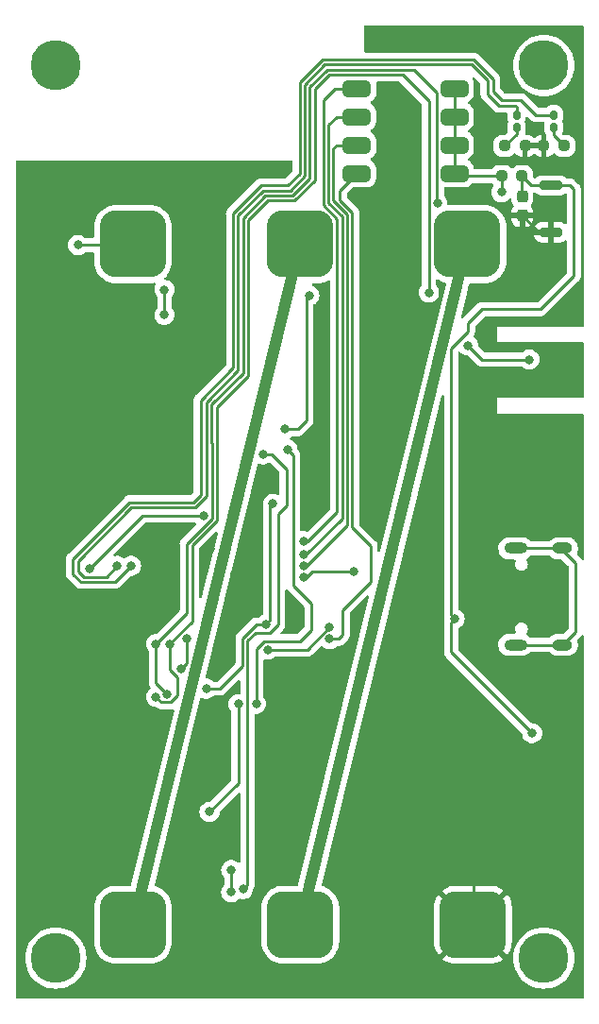
<source format=gbr>
%TF.GenerationSoftware,KiCad,Pcbnew,7.0.2*%
%TF.CreationDate,2024-06-10T16:57:37+03:00*%
%TF.ProjectId,STM32_NRF24L01_Sleep_mode,53544d33-325f-44e5-9246-32344c30315f,rev?*%
%TF.SameCoordinates,Original*%
%TF.FileFunction,Copper,L1,Top*%
%TF.FilePolarity,Positive*%
%FSLAX46Y46*%
G04 Gerber Fmt 4.6, Leading zero omitted, Abs format (unit mm)*
G04 Created by KiCad (PCBNEW 7.0.2) date 2024-06-10 16:57:37*
%MOMM*%
%LPD*%
G01*
G04 APERTURE LIST*
G04 Aperture macros list*
%AMRoundRect*
0 Rectangle with rounded corners*
0 $1 Rounding radius*
0 $2 $3 $4 $5 $6 $7 $8 $9 X,Y pos of 4 corners*
0 Add a 4 corners polygon primitive as box body*
4,1,4,$2,$3,$4,$5,$6,$7,$8,$9,$2,$3,0*
0 Add four circle primitives for the rounded corners*
1,1,$1+$1,$2,$3*
1,1,$1+$1,$4,$5*
1,1,$1+$1,$6,$7*
1,1,$1+$1,$8,$9*
0 Add four rect primitives between the rounded corners*
20,1,$1+$1,$2,$3,$4,$5,0*
20,1,$1+$1,$4,$5,$6,$7,0*
20,1,$1+$1,$6,$7,$8,$9,0*
20,1,$1+$1,$8,$9,$2,$3,0*%
G04 Aperture macros list end*
%TA.AperFunction,EtchedComponent*%
%ADD10C,1.000000*%
%TD*%
%TA.AperFunction,SMDPad,CuDef*%
%ADD11RoundRect,1.500000X-1.500000X-1.500000X1.500000X-1.500000X1.500000X1.500000X-1.500000X1.500000X0*%
%TD*%
%TA.AperFunction,SMDPad,CuDef*%
%ADD12RoundRect,0.375000X-0.875000X-0.375000X0.875000X-0.375000X0.875000X0.375000X-0.875000X0.375000X0*%
%TD*%
%TA.AperFunction,SMDPad,CuDef*%
%ADD13RoundRect,0.237500X0.250000X0.237500X-0.250000X0.237500X-0.250000X-0.237500X0.250000X-0.237500X0*%
%TD*%
%TA.AperFunction,SMDPad,CuDef*%
%ADD14RoundRect,0.237500X-0.250000X-0.237500X0.250000X-0.237500X0.250000X0.237500X-0.250000X0.237500X0*%
%TD*%
%TA.AperFunction,ComponentPad*%
%ADD15O,1.800000X1.000000*%
%TD*%
%TA.AperFunction,ComponentPad*%
%ADD16O,2.100000X1.000000*%
%TD*%
%TA.AperFunction,SMDPad,CuDef*%
%ADD17RoundRect,0.237500X-0.237500X0.300000X-0.237500X-0.300000X0.237500X-0.300000X0.237500X0.300000X0*%
%TD*%
%TA.AperFunction,SMDPad,CuDef*%
%ADD18RoundRect,0.200000X-0.800000X0.200000X-0.800000X-0.200000X0.800000X-0.200000X0.800000X0.200000X0*%
%TD*%
%TA.AperFunction,SMDPad,CuDef*%
%ADD19RoundRect,0.160000X0.160000X-0.222500X0.160000X0.222500X-0.160000X0.222500X-0.160000X-0.222500X0*%
%TD*%
%TA.AperFunction,ViaPad*%
%ADD20C,0.800000*%
%TD*%
%TA.AperFunction,ViaPad*%
%ADD21C,4.500000*%
%TD*%
%TA.AperFunction,Conductor*%
%ADD22C,0.250000*%
%TD*%
G04 APERTURE END LIST*
D10*
%TO.C,BT4*%
X-147066000Y-104414000D02*
X-132066000Y-43414000D01*
X-162066000Y-104414000D02*
X-147066000Y-43414000D01*
%TD*%
D11*
%TO.P,BT4,2,-*%
%TO.N,GND*%
X-131566000Y-104414000D03*
%TO.P,BT4,1,+*%
%TO.N,Net-(BT4-+)*%
X-162066000Y-43414000D03*
%TO.P,BT4,0*%
%TO.N,N/C*%
X-132066000Y-43414000D03*
X-147066000Y-104414000D03*
X-147066000Y-43414000D03*
X-162066000Y-104414000D03*
%TD*%
D12*
%TO.P,SW4,8*%
%TO.N,+3.3V*%
X-133217000Y-29453500D03*
%TO.P,SW4,7*%
X-133217000Y-31993500D03*
%TO.P,SW4,6*%
X-133217000Y-34533500D03*
%TO.P,SW4,5*%
X-133217000Y-37073500D03*
%TO.P,SW4,4*%
%TO.N,8*%
X-141980000Y-37073500D03*
%TO.P,SW4,3*%
%TO.N,4*%
X-141980000Y-34533500D03*
%TO.P,SW4,2*%
%TO.N,2*%
X-141980000Y-31993500D03*
%TO.P,SW4,1*%
%TO.N,1*%
X-141980000Y-29453500D03*
%TD*%
D13*
%TO.P,R10,1*%
%TO.N,Net-(D3-K)*%
X-123375000Y-34600000D03*
%TO.P,R10,2*%
%TO.N,GND*%
X-125200000Y-34600000D03*
%TD*%
D14*
%TO.P,R8,1*%
%TO.N,+3.3V*%
X-128975000Y-37300000D03*
%TO.P,R8,2*%
%TO.N,ACTION*%
X-127150000Y-37300000D03*
%TD*%
%TO.P,R3,1*%
%TO.N,Net-(D1-K)*%
X-128712500Y-34600000D03*
%TO.P,R3,2*%
%TO.N,GND*%
X-126887500Y-34600000D03*
%TD*%
D15*
%TO.P,P2,S1,SHIELD*%
%TO.N,unconnected-(P2-SHIELD-PadS1)*%
X-123525000Y-70680000D03*
D16*
X-127725000Y-70680000D03*
X-127725000Y-79320000D03*
D15*
X-123525000Y-79320000D03*
%TD*%
D17*
%TO.P,C17,1*%
%TO.N,ACTION*%
X-127125000Y-39125000D03*
%TO.P,C17,2*%
%TO.N,GND*%
X-127125000Y-40850000D03*
%TD*%
D18*
%TO.P,SW3,1,1*%
%TO.N,ACTION*%
X-124575000Y-38150000D03*
%TO.P,SW3,2,2*%
%TO.N,GND*%
X-124575000Y-42350000D03*
%TD*%
D19*
%TO.P,D1,2,A*%
%TO.N,LED_Green*%
X-127650000Y-31855000D03*
%TO.P,D1,1,K*%
%TO.N,Net-(D1-K)*%
X-127650000Y-33000000D03*
%TD*%
%TO.P,D3,1,K*%
%TO.N,Net-(D3-K)*%
X-124300000Y-32975000D03*
%TO.P,D3,2,A*%
%TO.N,LED_Red*%
X-124300000Y-31830000D03*
%TD*%
D20*
%TO.N,GND*%
X-145950000Y-61900000D03*
X-145100000Y-66800000D03*
X-155150000Y-70700000D03*
X-152900000Y-72900000D03*
X-151150000Y-74700000D03*
X-151200000Y-72500000D03*
X-123750000Y-72850000D03*
X-134900000Y-62000000D03*
X-125550000Y-76900000D03*
X-137100000Y-84300000D03*
%TO.N,RTC_VBAT*%
X-151000000Y-84600000D03*
X-148200000Y-61800000D03*
%TO.N,GND*%
X-138600000Y-37000000D03*
X-156750000Y-37000000D03*
X-165450000Y-37150000D03*
X-138800000Y-78250000D03*
%TO.N,+3.3V*%
X-149500000Y-66700000D03*
%TO.N,GND*%
X-159800000Y-75750000D03*
X-159750000Y-77250000D03*
X-149850000Y-108550000D03*
X-164300000Y-89250000D03*
X-161100000Y-69400000D03*
X-167000000Y-67550000D03*
X-157950000Y-54400000D03*
%TO.N,Net-(J4-Pin_1)*%
X-148450000Y-60000000D03*
%TO.N,GND*%
X-122850000Y-49500000D03*
X-131250000Y-47900000D03*
X-137950000Y-58350000D03*
X-142050000Y-77650000D03*
X-135900000Y-74450000D03*
%TO.N,RTC_VBAT*%
X-152600000Y-84650000D03*
X-155200000Y-94300000D03*
%TO.N,GND*%
X-155550000Y-87750000D03*
X-158350000Y-97400000D03*
X-165550000Y-108450000D03*
X-170800000Y-102200000D03*
X-170850000Y-97100000D03*
X-169150000Y-93200000D03*
X-169200000Y-86000000D03*
X-169200000Y-89600000D03*
X-160900000Y-92200000D03*
X-164350000Y-87100000D03*
X-168700000Y-81700000D03*
X-163400000Y-82100000D03*
X-164800000Y-77600000D03*
X-168550000Y-75050000D03*
X-171100000Y-67250000D03*
X-158050000Y-61100000D03*
X-170950000Y-54800000D03*
X-170000000Y-41750000D03*
X-155850000Y-46650000D03*
X-155850000Y-41950000D03*
X-139050000Y-45000000D03*
X-133900000Y-25400000D03*
X-128400000Y-25400000D03*
X-122950000Y-30600000D03*
X-130600000Y-35600000D03*
X-130650000Y-31650000D03*
X-123750000Y-44150000D03*
X-138900000Y-41000000D03*
X-138050000Y-50100000D03*
X-123400000Y-54750000D03*
X-126650000Y-55100000D03*
X-130450000Y-62500000D03*
X-123400000Y-65750000D03*
X-123550000Y-59900000D03*
X-148000000Y-75700000D03*
X-145300000Y-51550000D03*
X-157100000Y-50100000D03*
X-140600000Y-52450000D03*
%TO.N,ACTION*%
X-133200000Y-77000000D03*
%TO.N,GND*%
X-130300000Y-79300000D03*
X-125850000Y-94450000D03*
X-130150000Y-89550000D03*
X-123850000Y-101150000D03*
X-135400000Y-108500000D03*
X-158400000Y-100650000D03*
X-156900000Y-103850000D03*
X-148750000Y-86350000D03*
X-150350000Y-89100000D03*
X-146550000Y-84600000D03*
X-127250000Y-42750000D03*
%TO.N,+3.3V*%
X-129000000Y-38750000D03*
%TO.N,GND*%
X-131500000Y-100000000D03*
%TO.N,EXTERNAL_WOKE_UP*%
X-152200000Y-101224500D03*
X-150400000Y-62250000D03*
%TO.N,SCL*%
X-153250000Y-99500000D03*
X-153250000Y-101500000D03*
%TO.N,SDA*%
X-134750000Y-39750000D03*
%TO.N,SCL*%
X-135500000Y-47750000D03*
X-158750000Y-79250000D03*
X-160000000Y-84000000D03*
%TO.N,SDA*%
X-159000000Y-83750000D03*
X-160000000Y-79250000D03*
%TO.N,PA14*%
X-157750000Y-81500000D03*
X-157250000Y-78750000D03*
%TO.N,Net-(JP13-A)*%
X-159250000Y-47500000D03*
X-159250000Y-49750000D03*
%TO.N,+3.3V*%
X-155500000Y-83250000D03*
X-150150000Y-77500000D03*
%TO.N,LED_Green*%
X-163500000Y-72250000D03*
%TO.N,LED_Red*%
X-162250000Y-72250000D03*
%TO.N,ACTION*%
X-126250000Y-87250000D03*
%TO.N,ADC*%
X-146750060Y-73267058D03*
X-142221000Y-72750000D03*
%TO.N,8*%
X-144425500Y-78799550D03*
%TO.N,4*%
X-146746565Y-72267562D03*
%TO.N,2*%
X-146737701Y-71262299D03*
%TO.N,1*%
X-146719502Y-70030498D03*
%TO.N,Net-(J4-Pin_1)*%
X-146250000Y-48000000D03*
%TO.N,NRST*%
X-166000000Y-72500000D03*
X-155750000Y-67750000D03*
%TO.N,nrf_MISO*%
X-144425500Y-77750000D03*
X-150000000Y-79750000D03*
%TO.N,SCL*%
X-132000000Y-52500000D03*
X-126500000Y-53750000D03*
%TO.N,Net-(BT4-+)*%
X-167000000Y-43500000D03*
D21*
%TO.N,+3.3V*%
X-125200000Y-27400000D03*
%TO.N,*%
X-169000000Y-27400000D03*
X-169000000Y-107400000D03*
X-125200000Y-107400000D03*
%TD*%
D22*
%TO.N,RTC_VBAT*%
X-147699695Y-74000305D02*
X-147699695Y-62300305D01*
X-146050000Y-75650000D02*
X-147699695Y-74000305D01*
X-146050000Y-78000000D02*
X-146050000Y-75650000D01*
X-147699695Y-62300305D02*
X-148200000Y-61800000D01*
X-150275305Y-79000000D02*
X-147050000Y-79000000D01*
X-151000000Y-79724695D02*
X-150275305Y-79000000D01*
X-151000000Y-84600000D02*
X-151000000Y-79724695D01*
X-147050000Y-79000000D02*
X-146050000Y-78000000D01*
%TO.N,LED_Red*%
X-163675000Y-73675000D02*
X-162250000Y-72250000D01*
X-167450000Y-72975000D02*
X-166750000Y-73675000D01*
X-167450000Y-71613604D02*
X-167450000Y-72975000D01*
X-162386396Y-66550000D02*
X-167450000Y-71613604D01*
X-156686396Y-66550000D02*
X-162386396Y-66550000D01*
X-156000000Y-65863604D02*
X-156686396Y-66550000D01*
X-156000000Y-57400000D02*
X-156000000Y-65863604D01*
X-153100000Y-40690812D02*
X-153100000Y-54500000D01*
X-150559188Y-38150000D02*
X-153100000Y-40690812D01*
X-153100000Y-54500000D02*
X-156000000Y-57400000D01*
X-148150000Y-38150000D02*
X-150559188Y-38150000D01*
X-147100000Y-37100000D02*
X-148150000Y-38150000D01*
X-147100000Y-28940812D02*
X-147100000Y-37100000D01*
X-131488604Y-26875000D02*
X-145034188Y-26875000D01*
X-129750000Y-29750000D02*
X-129750000Y-28613604D01*
X-129750000Y-28613604D02*
X-131488604Y-26875000D01*
X-127250000Y-30500000D02*
X-129000000Y-30500000D01*
X-125920000Y-31830000D02*
X-127250000Y-30500000D01*
X-129000000Y-30500000D02*
X-129750000Y-29750000D01*
X-124300000Y-31830000D02*
X-125920000Y-31830000D01*
X-145034188Y-26875000D02*
X-147100000Y-28940812D01*
X-166750000Y-73675000D02*
X-163675000Y-73675000D01*
%TO.N,LED_Green*%
X-164475000Y-73225000D02*
X-163500000Y-72250000D01*
X-166500000Y-73225000D02*
X-164475000Y-73225000D01*
X-167000000Y-72725000D02*
X-166500000Y-73225000D01*
X-167000000Y-71800000D02*
X-167000000Y-72725000D01*
X-162200000Y-67000000D02*
X-167000000Y-71800000D01*
X-155500000Y-66000000D02*
X-156500000Y-67000000D01*
X-155500000Y-57613604D02*
X-155500000Y-66000000D01*
X-152650000Y-54763604D02*
X-155500000Y-57613604D01*
X-152650000Y-40877208D02*
X-152650000Y-54763604D01*
X-150372792Y-38600000D02*
X-152650000Y-40877208D01*
X-147963604Y-38600000D02*
X-150372792Y-38600000D01*
X-146650000Y-37286396D02*
X-147963604Y-38600000D01*
X-146650000Y-29127208D02*
X-146650000Y-37286396D01*
X-131675000Y-27325000D02*
X-144847792Y-27325000D01*
X-130250000Y-30000000D02*
X-130250000Y-28750000D01*
X-129250000Y-31000000D02*
X-130250000Y-30000000D01*
X-127650000Y-31100000D02*
X-127750000Y-31000000D01*
X-156500000Y-67000000D02*
X-162200000Y-67000000D01*
X-130250000Y-28750000D02*
X-131675000Y-27325000D01*
X-144847792Y-27325000D02*
X-146650000Y-29127208D01*
X-127650000Y-31855000D02*
X-127650000Y-31100000D01*
X-127750000Y-31000000D02*
X-129250000Y-31000000D01*
%TO.N,unconnected-(P2-SHIELD-PadS1)*%
X-123520000Y-79320000D02*
X-123525000Y-79320000D01*
X-122350000Y-72000000D02*
X-122350000Y-78150000D01*
X-122350000Y-78150000D02*
X-123520000Y-79320000D01*
X-123525000Y-70680000D02*
X-123525000Y-70825000D01*
X-123525000Y-70825000D02*
X-122350000Y-72000000D01*
%TO.N,EXTERNAL_WOKE_UP*%
X-151800000Y-100824500D02*
X-152200000Y-101224500D01*
X-151800000Y-78950000D02*
X-151800000Y-100824500D01*
X-151100000Y-78250000D02*
X-151800000Y-78950000D01*
X-149775000Y-78250000D02*
X-151100000Y-78250000D01*
X-148300000Y-63600000D02*
X-148300000Y-66850000D01*
X-148300000Y-66850000D02*
X-149025000Y-67575000D01*
X-149025000Y-77500000D02*
X-149775000Y-78250000D01*
X-149650000Y-62250000D02*
X-148300000Y-63600000D01*
X-150400000Y-62250000D02*
X-149650000Y-62250000D01*
X-149025000Y-67575000D02*
X-149025000Y-77500000D01*
%TO.N,+3.3V*%
X-154250000Y-83250000D02*
X-155500000Y-83250000D01*
X-152250000Y-81250000D02*
X-154250000Y-83250000D01*
X-150150000Y-77500000D02*
X-151000000Y-77500000D01*
X-151000000Y-77500000D02*
X-152250000Y-78750000D01*
X-149750000Y-77100000D02*
X-149750000Y-66950000D01*
X-152250000Y-78750000D02*
X-152250000Y-81250000D01*
X-150150000Y-77500000D02*
X-149750000Y-77100000D01*
X-149750000Y-66950000D02*
X-149500000Y-66700000D01*
%TO.N,SCL*%
X-135500000Y-30600000D02*
X-135500000Y-47750000D01*
X-137875000Y-28225000D02*
X-135500000Y-30600000D01*
X-145750000Y-29500000D02*
X-144475000Y-28225000D01*
X-145750000Y-37686396D02*
X-145750000Y-29500000D01*
X-147563604Y-39500000D02*
X-145750000Y-37686396D01*
X-150000000Y-39500000D02*
X-147563604Y-39500000D01*
X-151750000Y-41250000D02*
X-150000000Y-39500000D01*
X-154500000Y-58000000D02*
X-151750000Y-55250000D01*
X-154500000Y-68161701D02*
X-154500000Y-58000000D01*
X-156750000Y-70411700D02*
X-154500000Y-68161701D01*
X-151750000Y-55250000D02*
X-151750000Y-41250000D01*
X-144475000Y-28225000D02*
X-137875000Y-28225000D01*
X-156750000Y-77250000D02*
X-156750000Y-70411700D01*
X-158750000Y-79224695D02*
X-156775305Y-77250000D01*
X-156775305Y-77250000D02*
X-156750000Y-77250000D01*
X-158750000Y-79250000D02*
X-158750000Y-79224695D01*
%TO.N,SDA*%
X-134792000Y-39708000D02*
X-134750000Y-39750000D01*
X-134792000Y-29858000D02*
X-134792000Y-39708000D01*
X-136875000Y-27775000D02*
X-134792000Y-29858000D01*
X-146200000Y-29313604D02*
X-144661396Y-27775000D01*
X-146200000Y-37500000D02*
X-146200000Y-29313604D01*
X-147750000Y-39050000D02*
X-146200000Y-37500000D01*
X-150186396Y-39050000D02*
X-147750000Y-39050000D01*
X-155000000Y-61250000D02*
X-155000000Y-57750000D01*
X-144661396Y-27775000D02*
X-136875000Y-27775000D01*
X-154987347Y-61262653D02*
X-155000000Y-61250000D01*
X-154987347Y-68012653D02*
X-154987347Y-61262653D01*
X-157250000Y-70275306D02*
X-154987347Y-68012653D01*
X-152200000Y-54950000D02*
X-152200000Y-41063604D01*
X-157250000Y-76500000D02*
X-157250000Y-70275306D01*
X-160000000Y-79250000D02*
X-157250000Y-76500000D01*
X-152200000Y-41063604D02*
X-150186396Y-39050000D01*
X-155000000Y-57750000D02*
X-152200000Y-54950000D01*
%TO.N,8*%
X-143500000Y-38593500D02*
X-141980000Y-37073500D01*
X-143500000Y-39463604D02*
X-143500000Y-38593500D01*
X-142391000Y-68809000D02*
X-142391000Y-40572604D01*
X-142391000Y-40572604D02*
X-143500000Y-39463604D01*
X-143250000Y-76200000D02*
X-140725873Y-73675873D01*
X-143250000Y-78449550D02*
X-143250000Y-76200000D01*
X-140725873Y-70474127D02*
X-142391000Y-68809000D01*
X-143600000Y-78799550D02*
X-143250000Y-78449550D01*
X-144425500Y-78799550D02*
X-143600000Y-78799550D01*
X-140725873Y-73675873D02*
X-140725873Y-70474127D01*
%TO.N,ADC*%
X-146000000Y-72750000D02*
X-142221000Y-72750000D01*
X-146517058Y-73267058D02*
X-146000000Y-72750000D01*
X-146750060Y-73267058D02*
X-146517058Y-73267058D01*
%TO.N,Net-(J4-Pin_1)*%
X-148450000Y-60000000D02*
X-147250000Y-60000000D01*
%TO.N,RTC_VBAT*%
X-152600000Y-91700000D02*
X-152600000Y-84650000D01*
X-155200000Y-94300000D02*
X-152600000Y-91700000D01*
%TO.N,ACTION*%
X-133516127Y-76683873D02*
X-133516127Y-52766127D01*
X-133200000Y-77000000D02*
X-133516127Y-76683873D01*
X-133516127Y-77316127D02*
X-133200000Y-77000000D01*
%TO.N,GND*%
X-127250000Y-40975000D02*
X-127125000Y-40850000D01*
X-127250000Y-42750000D02*
X-127250000Y-40975000D01*
%TO.N,Net-(J4-Pin_1)*%
X-146500000Y-59250000D02*
X-146500000Y-48250000D01*
X-147250000Y-60000000D02*
X-146500000Y-59250000D01*
X-146500000Y-48250000D02*
X-146250000Y-48000000D01*
%TO.N,+3.3V*%
X-128975000Y-38725000D02*
X-129000000Y-38750000D01*
X-128975000Y-37300000D02*
X-128975000Y-38725000D01*
%TO.N,GND*%
X-131500000Y-104348000D02*
X-131500000Y-100000000D01*
X-131566000Y-104414000D02*
X-131500000Y-104348000D01*
%TO.N,SCL*%
X-153250000Y-101500000D02*
X-153250000Y-99500000D01*
X-158750000Y-81525305D02*
X-158750000Y-79250000D01*
X-158050305Y-82225000D02*
X-158750000Y-81525305D01*
X-158050305Y-83825610D02*
X-158050305Y-82225000D01*
X-159525000Y-84475000D02*
X-158699695Y-84475000D01*
X-158699695Y-84475000D02*
X-158050305Y-83825610D01*
X-160000000Y-84000000D02*
X-159525000Y-84475000D01*
%TO.N,SDA*%
X-160000000Y-82750000D02*
X-159000000Y-83750000D01*
X-160000000Y-79250000D02*
X-160000000Y-82750000D01*
%TO.N,PA14*%
X-157250000Y-81000000D02*
X-157750000Y-81500000D01*
X-157250000Y-78750000D02*
X-157250000Y-81000000D01*
%TO.N,Net-(JP13-A)*%
X-159250000Y-49750000D02*
X-159250000Y-47500000D01*
%TO.N,4*%
X-144100000Y-34850000D02*
X-143783500Y-34533500D01*
X-143783500Y-34533500D02*
X-141980000Y-34533500D01*
X-144100000Y-39500000D02*
X-144100000Y-34850000D01*
X-142841000Y-40759000D02*
X-144100000Y-39500000D01*
X-142841000Y-68616306D02*
X-142841000Y-40759000D01*
X-146746565Y-72267562D02*
X-146492256Y-72267562D01*
X-146492256Y-72267562D02*
X-142841000Y-68616306D01*
%TO.N,2*%
X-144550000Y-39700000D02*
X-144550000Y-32750000D01*
X-143291000Y-67977299D02*
X-143291000Y-40959000D01*
X-143291000Y-40959000D02*
X-144550000Y-39700000D01*
X-144550000Y-32750000D02*
X-143793500Y-31993500D01*
X-146576000Y-71262299D02*
X-143291000Y-67977299D01*
X-146737701Y-71262299D02*
X-146576000Y-71262299D01*
X-143793500Y-31993500D02*
X-141980000Y-31993500D01*
%TO.N,1*%
X-143953500Y-29453500D02*
X-141980000Y-29453500D01*
X-145000000Y-39899060D02*
X-145000000Y-30500000D01*
X-143741000Y-41158060D02*
X-145000000Y-39899060D01*
X-146719502Y-70030498D02*
X-146369504Y-70030498D01*
X-145000000Y-30500000D02*
X-143953500Y-29453500D01*
X-143741000Y-67401994D02*
X-143741000Y-41158060D01*
X-146369504Y-70030498D02*
X-143741000Y-67401994D01*
%TO.N,ACTION*%
X-130750000Y-49250000D02*
X-132000000Y-50500000D01*
X-132000000Y-51250000D02*
X-132000000Y-50500000D01*
X-130750000Y-49250000D02*
X-125500000Y-49250000D01*
X-122850000Y-38150000D02*
X-124575000Y-38150000D01*
X-122500000Y-38500000D02*
X-122850000Y-38150000D01*
X-125500000Y-49250000D02*
X-122500000Y-46250000D01*
X-122500000Y-46250000D02*
X-122500000Y-38500000D01*
X-133516127Y-79983873D02*
X-133516127Y-77316127D01*
X-133516127Y-52766127D02*
X-132000000Y-51250000D01*
X-126250000Y-87250000D02*
X-133516127Y-79983873D01*
%TO.N,nrf_MISO*%
X-146425500Y-79750000D02*
X-144425500Y-77750000D01*
X-150000000Y-79750000D02*
X-146425500Y-79750000D01*
%TO.N,unconnected-(P2-SHIELD-PadS1)*%
X-127725000Y-79320000D02*
X-123525000Y-79320000D01*
X-127725000Y-70680000D02*
X-123525000Y-70680000D01*
%TO.N,NRST*%
X-161250000Y-67750000D02*
X-166000000Y-72500000D01*
X-155750000Y-67750000D02*
X-161250000Y-67750000D01*
%TO.N,Net-(D3-K)*%
X-124300000Y-32975000D02*
X-124300000Y-33675000D01*
X-124300000Y-33675000D02*
X-123375000Y-34600000D01*
%TO.N,GND*%
X-125200000Y-34600000D02*
X-126887500Y-34600000D01*
%TO.N,Net-(D1-K)*%
X-127650000Y-33537500D02*
X-128712500Y-34600000D01*
X-127650000Y-33000000D02*
X-127650000Y-33537500D01*
%TO.N,+3.3V*%
X-133217000Y-31993500D02*
X-133217000Y-29453500D01*
X-133217000Y-34533500D02*
X-133217000Y-31993500D01*
X-133217000Y-37073500D02*
X-133217000Y-34533500D01*
X-132990500Y-37300000D02*
X-133217000Y-37073500D01*
X-128975000Y-37300000D02*
X-132990500Y-37300000D01*
%TO.N,ACTION*%
X-127150000Y-39100000D02*
X-127125000Y-39125000D01*
X-127150000Y-37300000D02*
X-127150000Y-39100000D01*
X-126300000Y-38150000D02*
X-127150000Y-37300000D01*
X-124575000Y-38150000D02*
X-126300000Y-38150000D01*
%TO.N,GND*%
X-125625000Y-42350000D02*
X-127125000Y-40850000D01*
X-124575000Y-42350000D02*
X-125625000Y-42350000D01*
%TO.N,SCL*%
X-130750000Y-53750000D02*
X-132000000Y-52500000D01*
X-126500000Y-53750000D02*
X-130750000Y-53750000D01*
%TO.N,Net-(BT4-+)*%
X-162152000Y-43500000D02*
X-162066000Y-43414000D01*
X-167000000Y-43500000D02*
X-162152000Y-43500000D01*
%TD*%
%TA.AperFunction,Conductor*%
%TO.N,GND*%
G36*
X-121657461Y-23820185D02*
G01*
X-121611706Y-23872989D01*
X-121600500Y-23924500D01*
X-121600500Y-50675500D01*
X-121620185Y-50742539D01*
X-121672989Y-50788294D01*
X-121724500Y-50799500D01*
X-129375240Y-50799500D01*
X-129375446Y-50799459D01*
X-129400001Y-50799459D01*
X-129400100Y-50799500D01*
X-129400381Y-50799615D01*
X-129400384Y-50799618D01*
X-129400462Y-50799808D01*
X-129400541Y-50800000D01*
X-129400539Y-50800002D01*
X-129400524Y-50824616D01*
X-129400528Y-50824616D01*
X-129400500Y-50824759D01*
X-129400500Y-52175467D01*
X-129400583Y-52175889D01*
X-129400540Y-52199997D01*
X-129400541Y-52200000D01*
X-129400500Y-52200099D01*
X-129400383Y-52200383D01*
X-129400000Y-52200541D01*
X-129399997Y-52200539D01*
X-129375384Y-52200524D01*
X-129375383Y-52200528D01*
X-129375240Y-52200500D01*
X-121724500Y-52200500D01*
X-121657461Y-52220185D01*
X-121611706Y-52272989D01*
X-121600500Y-52324500D01*
X-121600500Y-57075500D01*
X-121620185Y-57142539D01*
X-121672989Y-57188294D01*
X-121724500Y-57199500D01*
X-129375240Y-57199500D01*
X-129375446Y-57199459D01*
X-129400001Y-57199459D01*
X-129400100Y-57199500D01*
X-129400381Y-57199615D01*
X-129400384Y-57199618D01*
X-129400462Y-57199808D01*
X-129400541Y-57200000D01*
X-129400539Y-57200002D01*
X-129400524Y-57224616D01*
X-129400528Y-57224616D01*
X-129400500Y-57224759D01*
X-129400500Y-58575467D01*
X-129400583Y-58575889D01*
X-129400540Y-58599997D01*
X-129400541Y-58600000D01*
X-129400500Y-58600099D01*
X-129400383Y-58600383D01*
X-129400000Y-58600541D01*
X-129399997Y-58600539D01*
X-129375384Y-58600524D01*
X-129375383Y-58600528D01*
X-129375240Y-58600500D01*
X-121724500Y-58600500D01*
X-121657461Y-58620185D01*
X-121611706Y-58672989D01*
X-121600500Y-58724500D01*
X-121600500Y-71585286D01*
X-121620185Y-71652325D01*
X-121672989Y-71698080D01*
X-121742147Y-71708024D01*
X-121805703Y-71678999D01*
X-121831231Y-71648410D01*
X-121836477Y-71639540D01*
X-121851830Y-71613580D01*
X-121851833Y-71613576D01*
X-121865996Y-71599413D01*
X-121878626Y-71584624D01*
X-121890404Y-71568413D01*
X-121924058Y-71540572D01*
X-121932697Y-71532711D01*
X-122202903Y-71262505D01*
X-122236388Y-71201182D01*
X-122231404Y-71131490D01*
X-122226550Y-71120215D01*
X-122181940Y-71029272D01*
X-122149314Y-70903262D01*
X-122130937Y-70832285D01*
X-122125797Y-70730936D01*
X-122120630Y-70629062D01*
X-122151443Y-70427928D01*
X-122222113Y-70237113D01*
X-122329745Y-70064431D01*
X-122434369Y-69954369D01*
X-122469941Y-69916947D01*
X-122546163Y-69863895D01*
X-122636950Y-69800705D01*
X-122823941Y-69720460D01*
X-122890381Y-69706806D01*
X-123023259Y-69679500D01*
X-123975742Y-69679500D01*
X-123978853Y-69679816D01*
X-123978865Y-69679817D01*
X-124127440Y-69694926D01*
X-124208821Y-69720460D01*
X-124321588Y-69755841D01*
X-124470564Y-69838529D01*
X-124499502Y-69854591D01*
X-124588310Y-69930831D01*
X-124653895Y-69987134D01*
X-124659564Y-69994458D01*
X-124668810Y-70006402D01*
X-124725412Y-70047366D01*
X-124766866Y-70054500D01*
X-126335974Y-70054500D01*
X-126403013Y-70034815D01*
X-126425843Y-70015936D01*
X-126519941Y-69916947D01*
X-126596163Y-69863895D01*
X-126686950Y-69800705D01*
X-126873941Y-69720460D01*
X-126940381Y-69706806D01*
X-127073259Y-69679500D01*
X-128325742Y-69679500D01*
X-128328853Y-69679816D01*
X-128328865Y-69679817D01*
X-128477440Y-69694926D01*
X-128558821Y-69720460D01*
X-128671588Y-69755841D01*
X-128782551Y-69817430D01*
X-128849499Y-69854589D01*
X-128849500Y-69854589D01*
X-128849502Y-69854591D01*
X-129003895Y-69987134D01*
X-129128448Y-70148042D01*
X-129218060Y-70330729D01*
X-129269063Y-70527715D01*
X-129279369Y-70730936D01*
X-129248556Y-70932071D01*
X-129177886Y-71122887D01*
X-129128393Y-71202291D01*
X-129072062Y-71292668D01*
X-129070252Y-71295571D01*
X-128930059Y-71443053D01*
X-128763049Y-71559295D01*
X-128576058Y-71639540D01*
X-128376741Y-71680500D01*
X-127835591Y-71680500D01*
X-127768552Y-71700185D01*
X-127722797Y-71752989D01*
X-127712853Y-71822147D01*
X-127721030Y-71851953D01*
X-127765687Y-71959764D01*
X-127785466Y-72110000D01*
X-127765687Y-72260236D01*
X-127707698Y-72400233D01*
X-127615451Y-72520451D01*
X-127495233Y-72612698D01*
X-127355236Y-72670687D01*
X-127242720Y-72685500D01*
X-127238667Y-72685500D01*
X-127171333Y-72685500D01*
X-127167280Y-72685500D01*
X-127054764Y-72670687D01*
X-126914767Y-72612698D01*
X-126794549Y-72520451D01*
X-126702302Y-72400233D01*
X-126694632Y-72381716D01*
X-126644312Y-72260235D01*
X-126624533Y-72110000D01*
X-126644312Y-71959764D01*
X-126702302Y-71819766D01*
X-126753505Y-71753037D01*
X-126778699Y-71687868D01*
X-126764660Y-71619423D01*
X-126715846Y-71569433D01*
X-126715487Y-71569232D01*
X-126600498Y-71505409D01*
X-126446105Y-71372866D01*
X-126431190Y-71353598D01*
X-126374588Y-71312634D01*
X-126333134Y-71305500D01*
X-124764026Y-71305500D01*
X-124696987Y-71325185D01*
X-124674156Y-71344063D01*
X-124580059Y-71443053D01*
X-124413049Y-71559295D01*
X-124226058Y-71639540D01*
X-124026741Y-71680500D01*
X-123605452Y-71680500D01*
X-123538413Y-71700185D01*
X-123517771Y-71716819D01*
X-123011817Y-72222772D01*
X-122978334Y-72284093D01*
X-122975500Y-72310451D01*
X-122975500Y-77839547D01*
X-122995185Y-77906586D01*
X-123011819Y-77927228D01*
X-123367772Y-78283181D01*
X-123429095Y-78316666D01*
X-123455453Y-78319500D01*
X-123975742Y-78319500D01*
X-123978853Y-78319816D01*
X-123978865Y-78319817D01*
X-124127440Y-78334926D01*
X-124244537Y-78371666D01*
X-124321588Y-78395841D01*
X-124463330Y-78474514D01*
X-124499502Y-78494591D01*
X-124651925Y-78625443D01*
X-124653895Y-78627134D01*
X-124660592Y-78635786D01*
X-124668810Y-78646402D01*
X-124725412Y-78687366D01*
X-124766866Y-78694500D01*
X-126335974Y-78694500D01*
X-126403013Y-78674815D01*
X-126425843Y-78655936D01*
X-126519941Y-78556947D01*
X-126585417Y-78511374D01*
X-126686953Y-78440703D01*
X-126702285Y-78434124D01*
X-126756128Y-78389597D01*
X-126777351Y-78323029D01*
X-126759215Y-78255554D01*
X-126751760Y-78244687D01*
X-126739737Y-78229019D01*
X-126702302Y-78180233D01*
X-126688970Y-78148047D01*
X-126644312Y-78040235D01*
X-126624533Y-77890000D01*
X-126644312Y-77739764D01*
X-126702301Y-77599768D01*
X-126794549Y-77479549D01*
X-126914768Y-77387301D01*
X-127054764Y-77329313D01*
X-127163260Y-77315029D01*
X-127163263Y-77315028D01*
X-127167280Y-77314500D01*
X-127242720Y-77314500D01*
X-127246737Y-77315028D01*
X-127246739Y-77315029D01*
X-127296356Y-77321561D01*
X-127355236Y-77329313D01*
X-127408727Y-77351470D01*
X-127481747Y-77381716D01*
X-127495233Y-77387302D01*
X-127615451Y-77479549D01*
X-127707698Y-77599767D01*
X-127737986Y-77672888D01*
X-127765687Y-77739764D01*
X-127782909Y-77870581D01*
X-127785466Y-77890000D01*
X-127770878Y-78000802D01*
X-127765687Y-78040235D01*
X-127721030Y-78148047D01*
X-127713561Y-78217517D01*
X-127744836Y-78279996D01*
X-127804925Y-78315648D01*
X-127835591Y-78319500D01*
X-128325742Y-78319500D01*
X-128328853Y-78319816D01*
X-128328865Y-78319817D01*
X-128477440Y-78334926D01*
X-128594537Y-78371666D01*
X-128671588Y-78395841D01*
X-128758958Y-78444335D01*
X-128849499Y-78494589D01*
X-128849500Y-78494589D01*
X-128849502Y-78494591D01*
X-129003895Y-78627134D01*
X-129128448Y-78788042D01*
X-129218060Y-78970729D01*
X-129269063Y-79167715D01*
X-129278967Y-79363003D01*
X-129279369Y-79370937D01*
X-129271507Y-79422258D01*
X-129248556Y-79572071D01*
X-129177886Y-79762887D01*
X-129070252Y-79935571D01*
X-128930059Y-80083053D01*
X-128763049Y-80199295D01*
X-128576058Y-80279540D01*
X-128376741Y-80320500D01*
X-128376739Y-80320500D01*
X-127127400Y-80320500D01*
X-127124258Y-80320500D01*
X-126972562Y-80305074D01*
X-126778412Y-80244159D01*
X-126600498Y-80145409D01*
X-126446105Y-80012866D01*
X-126431190Y-79993598D01*
X-126374588Y-79952634D01*
X-126333134Y-79945500D01*
X-124764026Y-79945500D01*
X-124696987Y-79965185D01*
X-124674156Y-79984063D01*
X-124580059Y-80083053D01*
X-124413049Y-80199295D01*
X-124226058Y-80279540D01*
X-124026741Y-80320500D01*
X-124026739Y-80320500D01*
X-123077400Y-80320500D01*
X-123074258Y-80320500D01*
X-122922562Y-80305074D01*
X-122728412Y-80244159D01*
X-122550498Y-80145409D01*
X-122396105Y-80012866D01*
X-122271552Y-79851958D01*
X-122271551Y-79851957D01*
X-122181940Y-79669272D01*
X-122159785Y-79583702D01*
X-122130937Y-79472285D01*
X-122128545Y-79425111D01*
X-122120630Y-79269062D01*
X-122151443Y-79067931D01*
X-122186510Y-78973246D01*
X-122191333Y-78903543D01*
X-122157909Y-78842500D01*
X-121966211Y-78650802D01*
X-121950113Y-78637906D01*
X-121902098Y-78586775D01*
X-121899387Y-78583978D01*
X-121882636Y-78567227D01*
X-121879880Y-78564471D01*
X-121877412Y-78561290D01*
X-121869837Y-78552422D01*
X-121839938Y-78520582D01*
X-121838468Y-78517909D01*
X-121833163Y-78508258D01*
X-121783618Y-78458993D01*
X-121715303Y-78444335D01*
X-121649909Y-78468937D01*
X-121608196Y-78524989D01*
X-121600500Y-78567993D01*
X-121600500Y-110875500D01*
X-121620185Y-110942539D01*
X-121672989Y-110988294D01*
X-121724500Y-110999500D01*
X-172475500Y-110999500D01*
X-172542539Y-110979815D01*
X-172588294Y-110927011D01*
X-172599500Y-110875500D01*
X-172599500Y-107400000D01*
X-171755527Y-107400000D01*
X-171735436Y-107732142D01*
X-171675456Y-108059441D01*
X-171576463Y-108377123D01*
X-171439898Y-108680557D01*
X-171267754Y-108965318D01*
X-171062542Y-109227252D01*
X-170827252Y-109462542D01*
X-170565318Y-109667754D01*
X-170280557Y-109839898D01*
X-169977123Y-109976463D01*
X-169659441Y-110075456D01*
X-169332142Y-110135436D01*
X-169000000Y-110155527D01*
X-168667858Y-110135436D01*
X-168340559Y-110075456D01*
X-168022877Y-109976463D01*
X-167719443Y-109839898D01*
X-167434682Y-109667754D01*
X-167172748Y-109462542D01*
X-166937458Y-109227252D01*
X-166732246Y-108965318D01*
X-166560102Y-108680557D01*
X-166423537Y-108377123D01*
X-166324544Y-108059441D01*
X-166323871Y-108055770D01*
X-166323869Y-108055761D01*
X-166265239Y-107735826D01*
X-166265238Y-107735824D01*
X-166264564Y-107732142D01*
X-166264338Y-107728416D01*
X-166264337Y-107728403D01*
X-166244699Y-107403736D01*
X-166244473Y-107400000D01*
X-166244699Y-107396263D01*
X-166264337Y-107071596D01*
X-166264338Y-107071581D01*
X-166264564Y-107067858D01*
X-166277308Y-106998315D01*
X-166323869Y-106744238D01*
X-166323872Y-106744225D01*
X-166324544Y-106740559D01*
X-166325655Y-106736991D01*
X-166325658Y-106736982D01*
X-166422422Y-106426454D01*
X-166422424Y-106426448D01*
X-166423537Y-106422877D01*
X-166524104Y-106199428D01*
X-166558565Y-106122858D01*
X-166558565Y-106122857D01*
X-166560102Y-106119443D01*
X-166562031Y-106116250D01*
X-166562039Y-106116237D01*
X-166730309Y-105837886D01*
X-166730309Y-105837884D01*
X-166732246Y-105834682D01*
X-166734550Y-105831740D01*
X-166734555Y-105831734D01*
X-166935146Y-105575699D01*
X-166935146Y-105575698D01*
X-166937458Y-105572748D01*
X-166940103Y-105570102D01*
X-166940111Y-105570094D01*
X-167170094Y-105340111D01*
X-167170102Y-105340103D01*
X-167172748Y-105337458D01*
X-167175699Y-105335146D01*
X-167431734Y-105134555D01*
X-167431740Y-105134550D01*
X-167434682Y-105132246D01*
X-167437886Y-105130309D01*
X-167716237Y-104962039D01*
X-167716250Y-104962031D01*
X-167719443Y-104960102D01*
X-168022877Y-104823537D01*
X-168026448Y-104822424D01*
X-168026454Y-104822422D01*
X-168336982Y-104725658D01*
X-168336991Y-104725655D01*
X-168340559Y-104724544D01*
X-168344225Y-104723872D01*
X-168344238Y-104723869D01*
X-168664173Y-104665239D01*
X-168664177Y-104665238D01*
X-168667858Y-104664564D01*
X-168671581Y-104664338D01*
X-168671596Y-104664337D01*
X-168996264Y-104644699D01*
X-169000000Y-104644473D01*
X-169003736Y-104644699D01*
X-169328403Y-104664337D01*
X-169328416Y-104664338D01*
X-169332142Y-104664564D01*
X-169335824Y-104665238D01*
X-169335826Y-104665239D01*
X-169655761Y-104723869D01*
X-169655770Y-104723871D01*
X-169659441Y-104724544D01*
X-169663012Y-104725656D01*
X-169663017Y-104725658D01*
X-169797463Y-104767553D01*
X-169977123Y-104823537D01*
X-170280557Y-104960102D01*
X-170283755Y-104962035D01*
X-170283762Y-104962039D01*
X-170422937Y-105046173D01*
X-170565318Y-105132246D01*
X-170827252Y-105337458D01*
X-171062542Y-105572748D01*
X-171267754Y-105834682D01*
X-171439898Y-106119443D01*
X-171576463Y-106422877D01*
X-171675456Y-106740559D01*
X-171735436Y-107067858D01*
X-171755527Y-107400000D01*
X-172599500Y-107400000D01*
X-172599500Y-43500000D01*
X-167905460Y-43500000D01*
X-167885674Y-43688256D01*
X-167827179Y-43868284D01*
X-167732533Y-44032216D01*
X-167611598Y-44166528D01*
X-167605870Y-44172889D01*
X-167500423Y-44249500D01*
X-167452730Y-44284151D01*
X-167279803Y-44361144D01*
X-167218084Y-44374262D01*
X-167094648Y-44400500D01*
X-167094646Y-44400500D01*
X-166905352Y-44400500D01*
X-166720197Y-44361144D01*
X-166547272Y-44284152D01*
X-166547271Y-44284151D01*
X-166547270Y-44284151D01*
X-166394129Y-44172888D01*
X-166388401Y-44166527D01*
X-166328916Y-44129879D01*
X-166296253Y-44125500D01*
X-165690500Y-44125500D01*
X-165623461Y-44145185D01*
X-165577706Y-44197989D01*
X-165566500Y-44249499D01*
X-165566500Y-44985448D01*
X-165551196Y-45199428D01*
X-165490369Y-45479046D01*
X-165390367Y-45747161D01*
X-165253226Y-45998315D01*
X-165081739Y-46227395D01*
X-164879395Y-46429739D01*
X-164650315Y-46601226D01*
X-164399161Y-46738367D01*
X-164131046Y-46838369D01*
X-163851428Y-46899196D01*
X-163637448Y-46914500D01*
X-163635233Y-46914500D01*
X-160496767Y-46914500D01*
X-160494552Y-46914500D01*
X-160280572Y-46899196D01*
X-160168333Y-46874780D01*
X-160098641Y-46879764D01*
X-160042708Y-46921636D01*
X-160018291Y-46987100D01*
X-160033143Y-47055373D01*
X-160034588Y-47057946D01*
X-160077179Y-47131715D01*
X-160079499Y-47138856D01*
X-160135674Y-47311744D01*
X-160155460Y-47500000D01*
X-160135674Y-47688256D01*
X-160077179Y-47868284D01*
X-159982533Y-48032216D01*
X-159907350Y-48115714D01*
X-159877120Y-48178706D01*
X-159875500Y-48198687D01*
X-159875500Y-49051312D01*
X-159895185Y-49118351D01*
X-159907350Y-49134284D01*
X-159982533Y-49217783D01*
X-160077179Y-49381715D01*
X-160077179Y-49381716D01*
X-160135674Y-49561744D01*
X-160155460Y-49750000D01*
X-160135674Y-49938256D01*
X-160105055Y-50032490D01*
X-160077179Y-50118284D01*
X-159982533Y-50282216D01*
X-159855870Y-50422889D01*
X-159776993Y-50480196D01*
X-159702730Y-50534151D01*
X-159529803Y-50611144D01*
X-159468084Y-50624262D01*
X-159344648Y-50650500D01*
X-159344646Y-50650500D01*
X-159155352Y-50650500D01*
X-158970197Y-50611144D01*
X-158797269Y-50534151D01*
X-158644129Y-50422889D01*
X-158517466Y-50282216D01*
X-158422820Y-50118284D01*
X-158364326Y-49938257D01*
X-158344540Y-49750000D01*
X-158364326Y-49561742D01*
X-158422820Y-49381715D01*
X-158517466Y-49217783D01*
X-158592650Y-49134284D01*
X-158622880Y-49071293D01*
X-158624500Y-49051312D01*
X-158624500Y-48198687D01*
X-158604815Y-48131648D01*
X-158592650Y-48115714D01*
X-158517464Y-48032213D01*
X-158422820Y-47868284D01*
X-158364326Y-47688257D01*
X-158344540Y-47500000D01*
X-158364326Y-47311742D01*
X-158422820Y-47131715D01*
X-158517466Y-46967783D01*
X-158644129Y-46827110D01*
X-158797269Y-46715848D01*
X-158970197Y-46638855D01*
X-159152171Y-46600176D01*
X-159213653Y-46566984D01*
X-159247429Y-46505821D01*
X-159242777Y-46436106D01*
X-159214071Y-46391205D01*
X-159050263Y-46227397D01*
X-159050261Y-46227395D01*
X-158900417Y-46027227D01*
X-158878772Y-45998313D01*
X-158741634Y-45747163D01*
X-158641629Y-45479041D01*
X-158580804Y-45199429D01*
X-158565658Y-44987658D01*
X-158565657Y-44987656D01*
X-158565500Y-44985448D01*
X-158565500Y-41842552D01*
X-158574614Y-41715124D01*
X-158580804Y-41628570D01*
X-158641629Y-41348958D01*
X-158741634Y-41080836D01*
X-158878772Y-40829686D01*
X-159050263Y-40600602D01*
X-159252602Y-40398263D01*
X-159481686Y-40226772D01*
X-159732836Y-40089634D01*
X-160000958Y-39989629D01*
X-160280570Y-39928804D01*
X-160492341Y-39913658D01*
X-160492344Y-39913657D01*
X-160494552Y-39913500D01*
X-163637448Y-39913500D01*
X-163639656Y-39913657D01*
X-163639658Y-39913658D01*
X-163851429Y-39928804D01*
X-164131041Y-39989629D01*
X-164131046Y-39989631D01*
X-164399161Y-40089633D01*
X-164399162Y-40089633D01*
X-164399163Y-40089634D01*
X-164650313Y-40226772D01*
X-164726935Y-40284131D01*
X-164879395Y-40398261D01*
X-165081739Y-40600605D01*
X-165253226Y-40829685D01*
X-165390367Y-41080839D01*
X-165490369Y-41348954D01*
X-165551196Y-41628572D01*
X-165566500Y-41842552D01*
X-165566500Y-41844766D01*
X-165566500Y-41844767D01*
X-165566500Y-42750500D01*
X-165586185Y-42817539D01*
X-165638989Y-42863294D01*
X-165690500Y-42874500D01*
X-166296253Y-42874500D01*
X-166363292Y-42854815D01*
X-166388400Y-42833473D01*
X-166394129Y-42827112D01*
X-166445175Y-42790024D01*
X-166547272Y-42715847D01*
X-166720197Y-42638855D01*
X-166905352Y-42599500D01*
X-166905354Y-42599500D01*
X-167094646Y-42599500D01*
X-167094648Y-42599500D01*
X-167279802Y-42638855D01*
X-167452730Y-42715848D01*
X-167605870Y-42827110D01*
X-167732533Y-42967783D01*
X-167827179Y-43131715D01*
X-167827179Y-43131716D01*
X-167885674Y-43311744D01*
X-167905460Y-43500000D01*
X-172599500Y-43500000D01*
X-172599500Y-36024000D01*
X-172579815Y-35956961D01*
X-172527011Y-35911206D01*
X-172475500Y-35900000D01*
X-147849500Y-35900000D01*
X-147782461Y-35919685D01*
X-147736706Y-35972489D01*
X-147725500Y-36024000D01*
X-147725500Y-36789546D01*
X-147745185Y-36856585D01*
X-147761819Y-36877227D01*
X-148372772Y-37488181D01*
X-148434095Y-37521666D01*
X-148460453Y-37524500D01*
X-150476444Y-37524500D01*
X-150496950Y-37522235D01*
X-150567061Y-37524439D01*
X-150570956Y-37524500D01*
X-150598538Y-37524500D01*
X-150602407Y-37524988D01*
X-150602413Y-37524989D01*
X-150602531Y-37525004D01*
X-150614155Y-37525918D01*
X-150657814Y-37527290D01*
X-150673328Y-37531798D01*
X-150677050Y-37532879D01*
X-150696104Y-37536825D01*
X-150715980Y-37539335D01*
X-150756592Y-37555414D01*
X-150767639Y-37559197D01*
X-150809579Y-37571382D01*
X-150826823Y-37581580D01*
X-150844288Y-37590136D01*
X-150862920Y-37597514D01*
X-150862921Y-37597515D01*
X-150898247Y-37623180D01*
X-150908010Y-37629593D01*
X-150945604Y-37651826D01*
X-150945607Y-37651829D01*
X-150945608Y-37651830D01*
X-150959773Y-37665995D01*
X-150974563Y-37678627D01*
X-150990775Y-37690406D01*
X-151018614Y-37724058D01*
X-151026477Y-37732699D01*
X-153483787Y-40190008D01*
X-153499888Y-40202908D01*
X-153547900Y-40254035D01*
X-153550611Y-40256832D01*
X-153570120Y-40276341D01*
X-153572587Y-40279521D01*
X-153580155Y-40288383D01*
X-153610062Y-40320230D01*
X-153619712Y-40337784D01*
X-153630396Y-40354048D01*
X-153638238Y-40364158D01*
X-153642673Y-40369876D01*
X-153644978Y-40375203D01*
X-153660021Y-40409964D01*
X-153665154Y-40420443D01*
X-153686197Y-40458720D01*
X-153686197Y-40458721D01*
X-153691176Y-40478115D01*
X-153697477Y-40496520D01*
X-153705438Y-40514916D01*
X-153712273Y-40558073D01*
X-153714634Y-40569476D01*
X-153722627Y-40600605D01*
X-153725500Y-40611794D01*
X-153725500Y-40631828D01*
X-153727027Y-40651226D01*
X-153730160Y-40671008D01*
X-153726050Y-40714485D01*
X-153725500Y-40726155D01*
X-153725500Y-54189546D01*
X-153745185Y-54256585D01*
X-153761819Y-54277227D01*
X-156383787Y-56899196D01*
X-156399888Y-56912096D01*
X-156447900Y-56963223D01*
X-156450611Y-56966020D01*
X-156470120Y-56985529D01*
X-156472587Y-56988709D01*
X-156480155Y-56997571D01*
X-156510061Y-57029417D01*
X-156519712Y-57046972D01*
X-156530396Y-57063236D01*
X-156539499Y-57074972D01*
X-156542673Y-57079064D01*
X-156553424Y-57103909D01*
X-156560021Y-57119152D01*
X-156565154Y-57129631D01*
X-156586197Y-57167908D01*
X-156586197Y-57167909D01*
X-156591176Y-57187303D01*
X-156597477Y-57205708D01*
X-156605438Y-57224104D01*
X-156612273Y-57267261D01*
X-156614634Y-57278664D01*
X-156625500Y-57320981D01*
X-156625500Y-57320982D01*
X-156625500Y-57341016D01*
X-156627027Y-57360414D01*
X-156630160Y-57380196D01*
X-156626050Y-57423673D01*
X-156625500Y-57435343D01*
X-156625500Y-65553151D01*
X-156645185Y-65620190D01*
X-156661819Y-65640832D01*
X-156909168Y-65888181D01*
X-156970491Y-65921666D01*
X-156996849Y-65924500D01*
X-162303656Y-65924500D01*
X-162324159Y-65922236D01*
X-162394252Y-65924439D01*
X-162398146Y-65924500D01*
X-162425746Y-65924500D01*
X-162429605Y-65924987D01*
X-162429618Y-65924988D01*
X-162429752Y-65925005D01*
X-162441368Y-65925918D01*
X-162485024Y-65927290D01*
X-162504259Y-65932879D01*
X-162523314Y-65936825D01*
X-162543188Y-65939335D01*
X-162583803Y-65955415D01*
X-162594849Y-65959197D01*
X-162636786Y-65971382D01*
X-162654027Y-65981578D01*
X-162671497Y-65990137D01*
X-162690126Y-65997513D01*
X-162690128Y-65997514D01*
X-162699494Y-66004319D01*
X-162725464Y-66023187D01*
X-162735229Y-66029600D01*
X-162772813Y-66051827D01*
X-162772814Y-66051828D01*
X-162772817Y-66051830D01*
X-162786985Y-66065998D01*
X-162801776Y-66078630D01*
X-162817981Y-66090404D01*
X-162845818Y-66124053D01*
X-162853681Y-66132694D01*
X-167833787Y-71112800D01*
X-167849888Y-71125700D01*
X-167897900Y-71176827D01*
X-167900611Y-71179624D01*
X-167920120Y-71199133D01*
X-167922587Y-71202313D01*
X-167930155Y-71211175D01*
X-167960061Y-71243021D01*
X-167969712Y-71260576D01*
X-167980396Y-71276840D01*
X-167989499Y-71288576D01*
X-167992673Y-71292668D01*
X-167993929Y-71295571D01*
X-168010021Y-71332756D01*
X-168015154Y-71343235D01*
X-168036197Y-71381512D01*
X-168036197Y-71381513D01*
X-168041176Y-71400907D01*
X-168047477Y-71419312D01*
X-168055438Y-71437708D01*
X-168062273Y-71480865D01*
X-168064634Y-71492268D01*
X-168075019Y-71532711D01*
X-168075500Y-71534586D01*
X-168075500Y-71554620D01*
X-168077027Y-71574018D01*
X-168080160Y-71593800D01*
X-168076224Y-71635436D01*
X-168076050Y-71637277D01*
X-168075500Y-71648947D01*
X-168075500Y-72892256D01*
X-168077764Y-72912766D01*
X-168075561Y-72982872D01*
X-168075500Y-72986767D01*
X-168075500Y-73014350D01*
X-168074999Y-73018313D01*
X-168074080Y-73029962D01*
X-168072709Y-73073627D01*
X-168067120Y-73092859D01*
X-168063174Y-73111918D01*
X-168060664Y-73131792D01*
X-168044582Y-73172407D01*
X-168040803Y-73183444D01*
X-168028618Y-73225390D01*
X-168018422Y-73242629D01*
X-168009862Y-73260101D01*
X-168002486Y-73278732D01*
X-167976817Y-73314061D01*
X-167970399Y-73323830D01*
X-167948170Y-73361420D01*
X-167934004Y-73375585D01*
X-167921373Y-73390373D01*
X-167909594Y-73406587D01*
X-167875926Y-73434438D01*
X-167867309Y-73442279D01*
X-167250801Y-74058788D01*
X-167237906Y-74074885D01*
X-167235787Y-74076873D01*
X-167235786Y-74076877D01*
X-167186723Y-74122949D01*
X-167184055Y-74125534D01*
X-167164471Y-74145120D01*
X-167161292Y-74147585D01*
X-167152418Y-74155164D01*
X-167120582Y-74185062D01*
X-167103018Y-74194717D01*
X-167086764Y-74205394D01*
X-167070936Y-74217673D01*
X-167032960Y-74234105D01*
X-167030852Y-74235018D01*
X-167020363Y-74240156D01*
X-166982092Y-74261197D01*
X-166962684Y-74266179D01*
X-166944280Y-74272481D01*
X-166925896Y-74280437D01*
X-166882752Y-74287269D01*
X-166871338Y-74289633D01*
X-166829019Y-74300500D01*
X-166808983Y-74300500D01*
X-166789585Y-74302026D01*
X-166769804Y-74305160D01*
X-166729538Y-74301353D01*
X-166726328Y-74301050D01*
X-166714658Y-74300500D01*
X-163757744Y-74300500D01*
X-163737237Y-74302764D01*
X-163734333Y-74302672D01*
X-163734333Y-74302673D01*
X-163667127Y-74300561D01*
X-163663232Y-74300500D01*
X-163639541Y-74300500D01*
X-163635650Y-74300500D01*
X-163631678Y-74299998D01*
X-163620021Y-74299080D01*
X-163576373Y-74297709D01*
X-163557140Y-74292120D01*
X-163538082Y-74288174D01*
X-163518206Y-74285664D01*
X-163477604Y-74269588D01*
X-163466553Y-74265804D01*
X-163446168Y-74259881D01*
X-163424610Y-74253618D01*
X-163407355Y-74243414D01*
X-163389895Y-74234861D01*
X-163371268Y-74227486D01*
X-163335925Y-74201808D01*
X-163326171Y-74195401D01*
X-163288580Y-74173170D01*
X-163274416Y-74159006D01*
X-163259617Y-74146367D01*
X-163243413Y-74134595D01*
X-163215573Y-74100941D01*
X-163207709Y-74092299D01*
X-162302228Y-73186819D01*
X-162240905Y-73153334D01*
X-162214547Y-73150500D01*
X-162155352Y-73150500D01*
X-161970197Y-73111144D01*
X-161797269Y-73034151D01*
X-161644129Y-72922889D01*
X-161517466Y-72782216D01*
X-161422820Y-72618284D01*
X-161364326Y-72438257D01*
X-161354432Y-72344128D01*
X-161344540Y-72250000D01*
X-161347926Y-72217784D01*
X-161364326Y-72061742D01*
X-161422820Y-71881715D01*
X-161517466Y-71717783D01*
X-161644129Y-71577110D01*
X-161797269Y-71465848D01*
X-161970197Y-71388855D01*
X-162155352Y-71349500D01*
X-162155354Y-71349500D01*
X-162344646Y-71349500D01*
X-162344648Y-71349500D01*
X-162529802Y-71388855D01*
X-162702730Y-71465848D01*
X-162802115Y-71538055D01*
X-162867921Y-71561535D01*
X-162935975Y-71545709D01*
X-162947885Y-71538055D01*
X-163047269Y-71465848D01*
X-163220197Y-71388855D01*
X-163405352Y-71349500D01*
X-163405354Y-71349500D01*
X-163594646Y-71349500D01*
X-163594649Y-71349500D01*
X-163655388Y-71362410D01*
X-163725055Y-71357094D01*
X-163780788Y-71314956D01*
X-163804893Y-71249376D01*
X-163789716Y-71181175D01*
X-163768849Y-71153439D01*
X-163043338Y-70427929D01*
X-161027228Y-68411819D01*
X-160965905Y-68378334D01*
X-160939547Y-68375500D01*
X-156534147Y-68375500D01*
X-156467108Y-68395185D01*
X-156421353Y-68447989D01*
X-156411409Y-68517147D01*
X-156440434Y-68580703D01*
X-156446466Y-68587181D01*
X-157633787Y-69774502D01*
X-157649888Y-69787402D01*
X-157651876Y-69789519D01*
X-157651877Y-69789520D01*
X-157697900Y-69838529D01*
X-157700611Y-69841326D01*
X-157720120Y-69860835D01*
X-157722587Y-69864015D01*
X-157730155Y-69872877D01*
X-157760061Y-69904723D01*
X-157769712Y-69922278D01*
X-157780396Y-69938542D01*
X-157789499Y-69950278D01*
X-157792673Y-69954370D01*
X-157803424Y-69979215D01*
X-157810021Y-69994458D01*
X-157815154Y-70004937D01*
X-157836197Y-70043214D01*
X-157836197Y-70043215D01*
X-157841176Y-70062609D01*
X-157847477Y-70081014D01*
X-157855438Y-70099410D01*
X-157862273Y-70142567D01*
X-157864634Y-70153970D01*
X-157873635Y-70189024D01*
X-157875500Y-70196288D01*
X-157875500Y-70216322D01*
X-157877027Y-70235720D01*
X-157880160Y-70255502D01*
X-157876050Y-70298979D01*
X-157875500Y-70310649D01*
X-157875500Y-76189547D01*
X-157895185Y-76256586D01*
X-157911819Y-76277228D01*
X-159947772Y-78313181D01*
X-160009095Y-78346666D01*
X-160035453Y-78349500D01*
X-160094648Y-78349500D01*
X-160279802Y-78388855D01*
X-160452730Y-78465848D01*
X-160605870Y-78577110D01*
X-160732533Y-78717783D01*
X-160827179Y-78881715D01*
X-160849481Y-78950354D01*
X-160885674Y-79061744D01*
X-160905460Y-79250000D01*
X-160885674Y-79438256D01*
X-160838416Y-79583701D01*
X-160827179Y-79618284D01*
X-160744725Y-79761100D01*
X-160732533Y-79782216D01*
X-160669737Y-79851957D01*
X-160657350Y-79865714D01*
X-160627120Y-79928706D01*
X-160625500Y-79948687D01*
X-160625500Y-82667256D01*
X-160627764Y-82687766D01*
X-160625561Y-82757872D01*
X-160625500Y-82761767D01*
X-160625500Y-82789350D01*
X-160624999Y-82793313D01*
X-160624080Y-82804962D01*
X-160622709Y-82848627D01*
X-160617120Y-82867859D01*
X-160613174Y-82886918D01*
X-160610664Y-82906792D01*
X-160594582Y-82947407D01*
X-160590803Y-82958444D01*
X-160578618Y-83000390D01*
X-160568422Y-83017629D01*
X-160559862Y-83035101D01*
X-160552486Y-83053732D01*
X-160526817Y-83089061D01*
X-160520402Y-83098827D01*
X-160509093Y-83117949D01*
X-160491909Y-83185672D01*
X-160514068Y-83251935D01*
X-160542939Y-83281389D01*
X-160605870Y-83327111D01*
X-160732533Y-83467783D01*
X-160827179Y-83631715D01*
X-160827179Y-83631716D01*
X-160885674Y-83811744D01*
X-160905460Y-84000000D01*
X-160885674Y-84188256D01*
X-160827179Y-84368284D01*
X-160732533Y-84532216D01*
X-160605871Y-84672888D01*
X-160452730Y-84784151D01*
X-160279803Y-84861144D01*
X-160218083Y-84874262D01*
X-160094648Y-84900500D01*
X-160094646Y-84900500D01*
X-160035453Y-84900500D01*
X-159968414Y-84920185D01*
X-159947772Y-84936819D01*
X-159939471Y-84945120D01*
X-159936292Y-84947585D01*
X-159927418Y-84955164D01*
X-159895582Y-84985062D01*
X-159878018Y-84994717D01*
X-159861764Y-85005394D01*
X-159845936Y-85017673D01*
X-159807960Y-85034105D01*
X-159805852Y-85035018D01*
X-159795363Y-85040156D01*
X-159757092Y-85061197D01*
X-159737684Y-85066179D01*
X-159719280Y-85072481D01*
X-159700896Y-85080437D01*
X-159657752Y-85087269D01*
X-159646338Y-85089633D01*
X-159604019Y-85100500D01*
X-159583984Y-85100500D01*
X-159564584Y-85102027D01*
X-159544804Y-85105160D01*
X-159501325Y-85101050D01*
X-159489656Y-85100500D01*
X-158782439Y-85100500D01*
X-158761932Y-85102764D01*
X-158759028Y-85102672D01*
X-158759028Y-85102673D01*
X-158691822Y-85100561D01*
X-158687927Y-85100500D01*
X-158664236Y-85100500D01*
X-158660345Y-85100500D01*
X-158656373Y-85099998D01*
X-158644716Y-85099080D01*
X-158601068Y-85097709D01*
X-158581835Y-85092120D01*
X-158562777Y-85088174D01*
X-158527358Y-85083701D01*
X-158527197Y-85084974D01*
X-158475794Y-85080262D01*
X-158413812Y-85112513D01*
X-158379106Y-85173153D01*
X-158379306Y-85231541D01*
X-162207938Y-100801312D01*
X-162212315Y-100819110D01*
X-162247438Y-100879509D01*
X-162309641Y-100911332D01*
X-162332728Y-100913500D01*
X-163637448Y-100913500D01*
X-163639656Y-100913657D01*
X-163639658Y-100913658D01*
X-163851429Y-100928804D01*
X-164131041Y-100989629D01*
X-164131046Y-100989631D01*
X-164399161Y-101089633D01*
X-164399162Y-101089633D01*
X-164399163Y-101089634D01*
X-164650313Y-101226772D01*
X-164763819Y-101311742D01*
X-164879395Y-101398261D01*
X-165081739Y-101600605D01*
X-165147354Y-101688257D01*
X-165253227Y-101829686D01*
X-165329535Y-101969435D01*
X-165390367Y-102080839D01*
X-165490369Y-102348954D01*
X-165551196Y-102628572D01*
X-165566500Y-102842552D01*
X-165566500Y-105985448D01*
X-165551196Y-106199428D01*
X-165490369Y-106479046D01*
X-165390367Y-106747161D01*
X-165253226Y-106998315D01*
X-165081739Y-107227395D01*
X-164879395Y-107429739D01*
X-164650315Y-107601226D01*
X-164399161Y-107738367D01*
X-164131046Y-107838369D01*
X-163851428Y-107899196D01*
X-163637448Y-107914500D01*
X-163635233Y-107914500D01*
X-160496767Y-107914500D01*
X-160494552Y-107914500D01*
X-160280572Y-107899196D01*
X-160053217Y-107849738D01*
X-160000958Y-107838370D01*
X-160000957Y-107838369D01*
X-160000954Y-107838369D01*
X-159732839Y-107738367D01*
X-159621435Y-107677535D01*
X-159481686Y-107601227D01*
X-159338603Y-107494116D01*
X-159252605Y-107429739D01*
X-159050261Y-107227395D01*
X-158930833Y-107067858D01*
X-158878772Y-106998313D01*
X-158741634Y-106747163D01*
X-158737836Y-106736982D01*
X-158641631Y-106479046D01*
X-158641629Y-106479041D01*
X-158580804Y-106199429D01*
X-158565658Y-105987658D01*
X-158565657Y-105987656D01*
X-158565500Y-105985448D01*
X-158565500Y-102842552D01*
X-158580804Y-102628572D01*
X-158580804Y-102628570D01*
X-158641629Y-102348958D01*
X-158741634Y-102080836D01*
X-158878772Y-101829686D01*
X-159050263Y-101600602D01*
X-159252602Y-101398263D01*
X-159481686Y-101226772D01*
X-159732836Y-101089634D01*
X-160000956Y-100989630D01*
X-160059382Y-100976920D01*
X-160120705Y-100943434D01*
X-160154189Y-100882110D01*
X-160153435Y-100826144D01*
X-156816748Y-87256952D01*
X-156052600Y-84149420D01*
X-156017478Y-84089022D01*
X-155955275Y-84057199D01*
X-155885743Y-84064058D01*
X-155881811Y-84065726D01*
X-155779803Y-84111144D01*
X-155779801Y-84111144D01*
X-155779800Y-84111145D01*
X-155594648Y-84150500D01*
X-155594646Y-84150500D01*
X-155405352Y-84150500D01*
X-155220197Y-84111144D01*
X-155047272Y-84034152D01*
X-155047271Y-84034151D01*
X-155047270Y-84034151D01*
X-154894129Y-83922888D01*
X-154888401Y-83916527D01*
X-154828916Y-83879879D01*
X-154796253Y-83875500D01*
X-154332744Y-83875500D01*
X-154312237Y-83877764D01*
X-154309333Y-83877672D01*
X-154309333Y-83877673D01*
X-154242127Y-83875561D01*
X-154238232Y-83875500D01*
X-154214541Y-83875500D01*
X-154210650Y-83875500D01*
X-154206678Y-83874998D01*
X-154195021Y-83874080D01*
X-154151373Y-83872709D01*
X-154132140Y-83867120D01*
X-154113082Y-83863174D01*
X-154093206Y-83860664D01*
X-154052604Y-83844588D01*
X-154041553Y-83840804D01*
X-154021168Y-83834881D01*
X-153999610Y-83828618D01*
X-153982355Y-83818414D01*
X-153964895Y-83809861D01*
X-153946268Y-83802486D01*
X-153910925Y-83776808D01*
X-153901171Y-83770401D01*
X-153894529Y-83766473D01*
X-153863580Y-83748170D01*
X-153849416Y-83734006D01*
X-153834617Y-83721367D01*
X-153818413Y-83709595D01*
X-153790573Y-83675941D01*
X-153782709Y-83667299D01*
X-152637181Y-82521771D01*
X-152575858Y-82488286D01*
X-152506166Y-82493270D01*
X-152450233Y-82535142D01*
X-152425816Y-82600606D01*
X-152425500Y-82609452D01*
X-152425500Y-83625500D01*
X-152445185Y-83692539D01*
X-152497989Y-83738294D01*
X-152549500Y-83749500D01*
X-152694648Y-83749500D01*
X-152879802Y-83788855D01*
X-153052730Y-83865848D01*
X-153205870Y-83977110D01*
X-153332533Y-84117783D01*
X-153427179Y-84281715D01*
X-153427179Y-84281716D01*
X-153485674Y-84461744D01*
X-153505460Y-84650000D01*
X-153485674Y-84838256D01*
X-153434839Y-84994710D01*
X-153427179Y-85018284D01*
X-153361401Y-85132216D01*
X-153332533Y-85182216D01*
X-153288119Y-85231542D01*
X-153257350Y-85265714D01*
X-153227120Y-85328706D01*
X-153225500Y-85348687D01*
X-153225500Y-91389547D01*
X-153245185Y-91456586D01*
X-153261819Y-91477228D01*
X-155147772Y-93363181D01*
X-155209095Y-93396666D01*
X-155235453Y-93399500D01*
X-155294648Y-93399500D01*
X-155479802Y-93438855D01*
X-155652730Y-93515848D01*
X-155805870Y-93627110D01*
X-155932533Y-93767783D01*
X-156027179Y-93931715D01*
X-156027179Y-93931716D01*
X-156085674Y-94111744D01*
X-156105460Y-94300000D01*
X-156085674Y-94488256D01*
X-156027179Y-94668284D01*
X-155932533Y-94832216D01*
X-155805871Y-94972888D01*
X-155652730Y-95084151D01*
X-155479803Y-95161144D01*
X-155418083Y-95174262D01*
X-155294648Y-95200500D01*
X-155294646Y-95200500D01*
X-155105352Y-95200500D01*
X-154920197Y-95161144D01*
X-154747269Y-95084151D01*
X-154594129Y-94972889D01*
X-154467466Y-94832216D01*
X-154372820Y-94668284D01*
X-154314326Y-94488257D01*
X-154296678Y-94320348D01*
X-154270093Y-94255733D01*
X-154261038Y-94245629D01*
X-153454264Y-93438855D01*
X-152637180Y-92621770D01*
X-152575858Y-92588286D01*
X-152506166Y-92593270D01*
X-152450233Y-92635142D01*
X-152425816Y-92700606D01*
X-152425500Y-92709452D01*
X-152425500Y-98746892D01*
X-152445185Y-98813931D01*
X-152497989Y-98859686D01*
X-152567147Y-98869630D01*
X-152630703Y-98840605D01*
X-152641647Y-98829867D01*
X-152644127Y-98827112D01*
X-152797269Y-98715848D01*
X-152970197Y-98638855D01*
X-153155352Y-98599500D01*
X-153155354Y-98599500D01*
X-153344646Y-98599500D01*
X-153344648Y-98599500D01*
X-153529802Y-98638855D01*
X-153702730Y-98715848D01*
X-153855870Y-98827110D01*
X-153982533Y-98967783D01*
X-154077179Y-99131715D01*
X-154077179Y-99131716D01*
X-154135674Y-99311744D01*
X-154155460Y-99500000D01*
X-154135674Y-99688256D01*
X-154077179Y-99868284D01*
X-153982533Y-100032216D01*
X-153907350Y-100115714D01*
X-153877120Y-100178706D01*
X-153875500Y-100198687D01*
X-153875500Y-100801312D01*
X-153895185Y-100868351D01*
X-153907350Y-100884284D01*
X-153982533Y-100967783D01*
X-154077179Y-101131715D01*
X-154089285Y-101168974D01*
X-154135674Y-101311744D01*
X-154155460Y-101500000D01*
X-154135674Y-101688256D01*
X-154077179Y-101868284D01*
X-153982533Y-102032216D01*
X-153855871Y-102172888D01*
X-153702730Y-102284151D01*
X-153529803Y-102361144D01*
X-153468083Y-102374262D01*
X-153344648Y-102400500D01*
X-153344646Y-102400500D01*
X-153155352Y-102400500D01*
X-152970197Y-102361144D01*
X-152797269Y-102284151D01*
X-152644128Y-102172888D01*
X-152599697Y-102123543D01*
X-152540210Y-102086895D01*
X-152481767Y-102085226D01*
X-152479805Y-102085642D01*
X-152479803Y-102085644D01*
X-152347325Y-102113802D01*
X-152294647Y-102125000D01*
X-152294646Y-102125000D01*
X-152105352Y-102125000D01*
X-151920197Y-102085644D01*
X-151747269Y-102008651D01*
X-151594129Y-101897389D01*
X-151467466Y-101756716D01*
X-151372820Y-101592784D01*
X-151314326Y-101412757D01*
X-151294452Y-101223666D01*
X-151269111Y-101160629D01*
X-151257328Y-101145438D01*
X-151239979Y-101105348D01*
X-151234840Y-101094859D01*
X-151213802Y-101056591D01*
X-151208818Y-101037181D01*
X-151202518Y-101018781D01*
X-151194562Y-101000396D01*
X-151187731Y-100957266D01*
X-151185363Y-100945831D01*
X-151174500Y-100903519D01*
X-151174500Y-100883483D01*
X-151172973Y-100864084D01*
X-151169840Y-100844304D01*
X-151173950Y-100800824D01*
X-151174500Y-100789155D01*
X-151174500Y-85624500D01*
X-151154815Y-85557461D01*
X-151102011Y-85511706D01*
X-151050500Y-85500500D01*
X-150905352Y-85500500D01*
X-150720197Y-85461144D01*
X-150547269Y-85384151D01*
X-150394129Y-85272889D01*
X-150267466Y-85132216D01*
X-150172820Y-84968284D01*
X-150114326Y-84788257D01*
X-150094540Y-84600000D01*
X-150114326Y-84411742D01*
X-150172820Y-84231715D01*
X-150267466Y-84067783D01*
X-150342650Y-83984284D01*
X-150372880Y-83921293D01*
X-150374500Y-83901312D01*
X-150374500Y-80744143D01*
X-150354815Y-80677104D01*
X-150302011Y-80631349D01*
X-150232853Y-80621405D01*
X-150224719Y-80622853D01*
X-150094648Y-80650500D01*
X-150094646Y-80650500D01*
X-149905352Y-80650500D01*
X-149720197Y-80611144D01*
X-149547272Y-80534152D01*
X-149547271Y-80534151D01*
X-149547270Y-80534151D01*
X-149394129Y-80422888D01*
X-149388401Y-80416527D01*
X-149328916Y-80379879D01*
X-149296253Y-80375500D01*
X-146508244Y-80375500D01*
X-146487737Y-80377764D01*
X-146484833Y-80377672D01*
X-146484833Y-80377673D01*
X-146417627Y-80375561D01*
X-146413732Y-80375500D01*
X-146390041Y-80375500D01*
X-146386150Y-80375500D01*
X-146382178Y-80374998D01*
X-146370521Y-80374080D01*
X-146326873Y-80372709D01*
X-146307640Y-80367120D01*
X-146288582Y-80363174D01*
X-146268706Y-80360664D01*
X-146228104Y-80344588D01*
X-146217053Y-80340804D01*
X-146189171Y-80332703D01*
X-146175110Y-80328618D01*
X-146157855Y-80318414D01*
X-146140395Y-80309861D01*
X-146121768Y-80302486D01*
X-146086425Y-80276808D01*
X-146076671Y-80270401D01*
X-146044706Y-80251497D01*
X-146039080Y-80248170D01*
X-146024915Y-80234006D01*
X-146010117Y-80221367D01*
X-145993913Y-80209595D01*
X-145966073Y-80175941D01*
X-145958209Y-80167299D01*
X-145552010Y-79761100D01*
X-145233675Y-79442765D01*
X-145172354Y-79409282D01*
X-145102662Y-79414266D01*
X-145053846Y-79447476D01*
X-145031371Y-79472438D01*
X-144878230Y-79583701D01*
X-144705303Y-79660694D01*
X-144664951Y-79669271D01*
X-144520148Y-79700050D01*
X-144520146Y-79700050D01*
X-144330852Y-79700050D01*
X-144145697Y-79660694D01*
X-143972772Y-79583702D01*
X-143972771Y-79583701D01*
X-143972770Y-79583701D01*
X-143819629Y-79472438D01*
X-143813901Y-79466077D01*
X-143754416Y-79429429D01*
X-143721753Y-79425050D01*
X-143682744Y-79425050D01*
X-143662237Y-79427314D01*
X-143659333Y-79427222D01*
X-143659333Y-79427223D01*
X-143592127Y-79425111D01*
X-143588232Y-79425050D01*
X-143564541Y-79425050D01*
X-143560650Y-79425050D01*
X-143556678Y-79424548D01*
X-143545021Y-79423630D01*
X-143501373Y-79422259D01*
X-143482140Y-79416670D01*
X-143463082Y-79412724D01*
X-143443206Y-79410214D01*
X-143402604Y-79394138D01*
X-143391553Y-79390354D01*
X-143371168Y-79384431D01*
X-143349610Y-79378168D01*
X-143332355Y-79367964D01*
X-143314895Y-79359411D01*
X-143296268Y-79352036D01*
X-143260925Y-79326358D01*
X-143251171Y-79319951D01*
X-143213580Y-79297720D01*
X-143199416Y-79283556D01*
X-143184617Y-79270917D01*
X-143168413Y-79259145D01*
X-143140573Y-79225491D01*
X-143132709Y-79216849D01*
X-142866214Y-78950354D01*
X-142850112Y-78937454D01*
X-142802083Y-78886309D01*
X-142799372Y-78883512D01*
X-142782636Y-78866776D01*
X-142779880Y-78864020D01*
X-142777423Y-78860853D01*
X-142769836Y-78851970D01*
X-142739937Y-78820131D01*
X-142730286Y-78802577D01*
X-142719605Y-78786316D01*
X-142714312Y-78779492D01*
X-142707326Y-78770486D01*
X-142689980Y-78730401D01*
X-142684840Y-78719908D01*
X-142663801Y-78681639D01*
X-142658819Y-78662236D01*
X-142652519Y-78643834D01*
X-142644561Y-78625443D01*
X-142637729Y-78582308D01*
X-142635361Y-78570871D01*
X-142624500Y-78528568D01*
X-142624500Y-78508533D01*
X-142622973Y-78489134D01*
X-142619840Y-78469354D01*
X-142623950Y-78425874D01*
X-142624500Y-78414205D01*
X-142624500Y-76510451D01*
X-142604815Y-76443412D01*
X-142588185Y-76422775D01*
X-141079054Y-74913644D01*
X-141017731Y-74880159D01*
X-140948039Y-74885143D01*
X-140892106Y-74927015D01*
X-140867689Y-74992479D01*
X-140870959Y-75030931D01*
X-147212315Y-100819110D01*
X-147247438Y-100879509D01*
X-147309641Y-100911332D01*
X-147332728Y-100913500D01*
X-148637448Y-100913500D01*
X-148639656Y-100913657D01*
X-148639658Y-100913658D01*
X-148851429Y-100928804D01*
X-149131041Y-100989629D01*
X-149131046Y-100989631D01*
X-149399161Y-101089633D01*
X-149399162Y-101089633D01*
X-149399163Y-101089634D01*
X-149650313Y-101226772D01*
X-149763819Y-101311742D01*
X-149879395Y-101398261D01*
X-150081739Y-101600605D01*
X-150147354Y-101688257D01*
X-150253227Y-101829686D01*
X-150329535Y-101969435D01*
X-150390367Y-102080839D01*
X-150490369Y-102348954D01*
X-150551196Y-102628572D01*
X-150566500Y-102842552D01*
X-150566500Y-105985448D01*
X-150551196Y-106199428D01*
X-150490369Y-106479046D01*
X-150390367Y-106747161D01*
X-150253226Y-106998315D01*
X-150081739Y-107227395D01*
X-149879395Y-107429739D01*
X-149650315Y-107601226D01*
X-149399161Y-107738367D01*
X-149131046Y-107838369D01*
X-148851428Y-107899196D01*
X-148637448Y-107914500D01*
X-148635233Y-107914500D01*
X-145496767Y-107914500D01*
X-145494552Y-107914500D01*
X-145280572Y-107899196D01*
X-145053217Y-107849738D01*
X-145000958Y-107838370D01*
X-145000957Y-107838369D01*
X-145000954Y-107838369D01*
X-144732839Y-107738367D01*
X-144621435Y-107677535D01*
X-144481686Y-107601227D01*
X-144338603Y-107494116D01*
X-144338602Y-107494115D01*
X-134292563Y-107494115D01*
X-134150041Y-107600806D01*
X-133898952Y-107737911D01*
X-133630902Y-107837888D01*
X-133351357Y-107898699D01*
X-133139644Y-107913841D01*
X-133135219Y-107914000D01*
X-129996781Y-107914000D01*
X-129992355Y-107913841D01*
X-129780642Y-107898699D01*
X-129501097Y-107837888D01*
X-129233047Y-107737911D01*
X-128981954Y-107600804D01*
X-128839436Y-107494116D01*
X-128839435Y-107494115D01*
X-128933550Y-107400000D01*
X-127955527Y-107400000D01*
X-127935436Y-107732142D01*
X-127875456Y-108059441D01*
X-127776463Y-108377123D01*
X-127639898Y-108680557D01*
X-127467754Y-108965318D01*
X-127262542Y-109227252D01*
X-127027252Y-109462542D01*
X-126765318Y-109667754D01*
X-126480557Y-109839898D01*
X-126177123Y-109976463D01*
X-125859441Y-110075456D01*
X-125532142Y-110135436D01*
X-125200000Y-110155527D01*
X-124867858Y-110135436D01*
X-124540559Y-110075456D01*
X-124222877Y-109976463D01*
X-123919443Y-109839898D01*
X-123634682Y-109667754D01*
X-123372748Y-109462542D01*
X-123137458Y-109227252D01*
X-122932246Y-108965318D01*
X-122760102Y-108680557D01*
X-122623537Y-108377123D01*
X-122524544Y-108059441D01*
X-122523871Y-108055770D01*
X-122523869Y-108055761D01*
X-122465239Y-107735826D01*
X-122465238Y-107735824D01*
X-122464564Y-107732142D01*
X-122464338Y-107728416D01*
X-122464337Y-107728403D01*
X-122444699Y-107403736D01*
X-122444473Y-107400000D01*
X-122444699Y-107396263D01*
X-122464337Y-107071596D01*
X-122464338Y-107071581D01*
X-122464564Y-107067858D01*
X-122477308Y-106998315D01*
X-122523869Y-106744238D01*
X-122523872Y-106744225D01*
X-122524544Y-106740559D01*
X-122525655Y-106736991D01*
X-122525658Y-106736982D01*
X-122622422Y-106426454D01*
X-122622424Y-106426448D01*
X-122623537Y-106422877D01*
X-122724104Y-106199428D01*
X-122758565Y-106122858D01*
X-122758565Y-106122857D01*
X-122760102Y-106119443D01*
X-122762031Y-106116250D01*
X-122762039Y-106116237D01*
X-122930309Y-105837886D01*
X-122930309Y-105837884D01*
X-122932246Y-105834682D01*
X-122934550Y-105831740D01*
X-122934555Y-105831734D01*
X-123135146Y-105575699D01*
X-123135146Y-105575698D01*
X-123137458Y-105572748D01*
X-123140103Y-105570102D01*
X-123140111Y-105570094D01*
X-123370094Y-105340111D01*
X-123370102Y-105340103D01*
X-123372748Y-105337458D01*
X-123375699Y-105335146D01*
X-123631734Y-105134555D01*
X-123631740Y-105134550D01*
X-123634682Y-105132246D01*
X-123637886Y-105130309D01*
X-123916237Y-104962039D01*
X-123916250Y-104962031D01*
X-123919443Y-104960102D01*
X-124222877Y-104823537D01*
X-124226448Y-104822424D01*
X-124226454Y-104822422D01*
X-124536982Y-104725658D01*
X-124536991Y-104725655D01*
X-124540559Y-104724544D01*
X-124544225Y-104723872D01*
X-124544238Y-104723869D01*
X-124864173Y-104665239D01*
X-124864177Y-104665238D01*
X-124867858Y-104664564D01*
X-124871581Y-104664338D01*
X-124871596Y-104664337D01*
X-125196264Y-104644699D01*
X-125200000Y-104644473D01*
X-125203736Y-104644699D01*
X-125528403Y-104664337D01*
X-125528416Y-104664338D01*
X-125532142Y-104664564D01*
X-125535824Y-104665238D01*
X-125535826Y-104665239D01*
X-125855761Y-104723869D01*
X-125855770Y-104723871D01*
X-125859441Y-104724544D01*
X-125863012Y-104725656D01*
X-125863017Y-104725658D01*
X-125997463Y-104767553D01*
X-126177123Y-104823537D01*
X-126480557Y-104960102D01*
X-126483755Y-104962035D01*
X-126483762Y-104962039D01*
X-126622937Y-105046173D01*
X-126765318Y-105132246D01*
X-127027252Y-105337458D01*
X-127262542Y-105572748D01*
X-127467754Y-105834682D01*
X-127639898Y-106119443D01*
X-127776463Y-106422877D01*
X-127875456Y-106740559D01*
X-127935436Y-107067858D01*
X-127955527Y-107400000D01*
X-128933550Y-107400000D01*
X-131566000Y-104767553D01*
X-134292563Y-107494115D01*
X-144338602Y-107494115D01*
X-144252605Y-107429739D01*
X-144050261Y-107227395D01*
X-143930833Y-107067858D01*
X-143878772Y-106998313D01*
X-143741634Y-106747163D01*
X-143737836Y-106736982D01*
X-143641631Y-106479046D01*
X-143641629Y-106479041D01*
X-143580804Y-106199429D01*
X-143565658Y-105987658D01*
X-143565657Y-105987656D01*
X-143565500Y-105985448D01*
X-143565500Y-105983218D01*
X-135066000Y-105983218D01*
X-135065841Y-105987644D01*
X-135050699Y-106199357D01*
X-134989888Y-106478902D01*
X-134889911Y-106746952D01*
X-134752806Y-106998041D01*
X-134646115Y-107140563D01*
X-131919553Y-104414001D01*
X-131919553Y-104414000D01*
X-131212446Y-104414000D01*
X-128485882Y-107140563D01*
X-128485882Y-107140562D01*
X-128379195Y-106998045D01*
X-128242088Y-106746952D01*
X-128142111Y-106478902D01*
X-128081300Y-106199357D01*
X-128066158Y-105987644D01*
X-128066000Y-105983218D01*
X-128066000Y-102844781D01*
X-128066158Y-102840355D01*
X-128081300Y-102628642D01*
X-128142111Y-102349097D01*
X-128242088Y-102081047D01*
X-128379193Y-101829959D01*
X-128485883Y-101687436D01*
X-131212446Y-104413999D01*
X-131212446Y-104414000D01*
X-131919553Y-104414000D01*
X-131919553Y-104413999D01*
X-134646115Y-101687435D01*
X-134646116Y-101687436D01*
X-134752804Y-101829954D01*
X-134889911Y-102081047D01*
X-134989888Y-102349097D01*
X-135050699Y-102628642D01*
X-135065841Y-102840355D01*
X-135066000Y-102844781D01*
X-135066000Y-105983218D01*
X-143565500Y-105983218D01*
X-143565500Y-102842552D01*
X-143580804Y-102628572D01*
X-143580804Y-102628570D01*
X-143641629Y-102348958D01*
X-143741634Y-102080836D01*
X-143878772Y-101829686D01*
X-144050263Y-101600602D01*
X-144252602Y-101398263D01*
X-144338603Y-101333883D01*
X-134292563Y-101333883D01*
X-131565999Y-104060447D01*
X-128839436Y-101333883D01*
X-128981959Y-101227193D01*
X-129233047Y-101090088D01*
X-129501097Y-100990111D01*
X-129780642Y-100929300D01*
X-129992355Y-100914158D01*
X-129996781Y-100914000D01*
X-133135219Y-100914000D01*
X-133139644Y-100914158D01*
X-133351357Y-100929300D01*
X-133630902Y-100990111D01*
X-133898952Y-101090088D01*
X-134150045Y-101227195D01*
X-134292562Y-101333882D01*
X-134292563Y-101333883D01*
X-144338603Y-101333883D01*
X-144481686Y-101226772D01*
X-144732836Y-101089634D01*
X-145000956Y-100989630D01*
X-145059382Y-100976920D01*
X-145120705Y-100943434D01*
X-145154189Y-100882110D01*
X-145153435Y-100826144D01*
X-135860322Y-63034151D01*
X-134386039Y-57038735D01*
X-134350917Y-56978337D01*
X-134288714Y-56946514D01*
X-134219182Y-56953373D01*
X-134164396Y-56996734D01*
X-134141750Y-57062832D01*
X-134141627Y-57068346D01*
X-134141627Y-76601129D01*
X-134143891Y-76621639D01*
X-134143799Y-76624539D01*
X-134143800Y-76624540D01*
X-134143574Y-76631716D01*
X-134141688Y-76691745D01*
X-134141627Y-76695640D01*
X-134141627Y-76723223D01*
X-134141126Y-76727186D01*
X-134140207Y-76738835D01*
X-134138836Y-76782500D01*
X-134133247Y-76801732D01*
X-134129301Y-76820791D01*
X-134128095Y-76830333D01*
X-134126791Y-76840665D01*
X-134112289Y-76877291D01*
X-134110712Y-76881274D01*
X-134106928Y-76892326D01*
X-134104327Y-76901278D01*
X-134100082Y-76948836D01*
X-134105460Y-77000000D01*
X-134101213Y-77040406D01*
X-134100614Y-77046105D01*
X-134103830Y-77089902D01*
X-134107304Y-77103433D01*
X-134113608Y-77121846D01*
X-134121565Y-77140231D01*
X-134128400Y-77183388D01*
X-134130761Y-77194791D01*
X-134136665Y-77217784D01*
X-134141627Y-77237109D01*
X-134141627Y-77257143D01*
X-134143154Y-77276541D01*
X-134146287Y-77296323D01*
X-134143168Y-77329313D01*
X-134142177Y-77339800D01*
X-134141627Y-77351470D01*
X-134141627Y-79901129D01*
X-134143891Y-79921639D01*
X-134141688Y-79991745D01*
X-134141627Y-79995640D01*
X-134141627Y-80023223D01*
X-134141126Y-80027186D01*
X-134140207Y-80038835D01*
X-134138836Y-80082500D01*
X-134133247Y-80101732D01*
X-134129301Y-80120791D01*
X-134126791Y-80140665D01*
X-134110709Y-80181280D01*
X-134106930Y-80192317D01*
X-134094745Y-80234263D01*
X-134084549Y-80251502D01*
X-134075989Y-80268974D01*
X-134068613Y-80287605D01*
X-134042944Y-80322934D01*
X-134036526Y-80332703D01*
X-134014297Y-80370293D01*
X-134000131Y-80384458D01*
X-133987500Y-80399246D01*
X-133975721Y-80415460D01*
X-133942053Y-80443311D01*
X-133933436Y-80451152D01*
X-127188958Y-87195631D01*
X-127155475Y-87256952D01*
X-127153323Y-87270325D01*
X-127135674Y-87438256D01*
X-127077179Y-87618284D01*
X-126982533Y-87782216D01*
X-126855871Y-87922888D01*
X-126702730Y-88034151D01*
X-126529803Y-88111144D01*
X-126468084Y-88124262D01*
X-126344648Y-88150500D01*
X-126344646Y-88150500D01*
X-126155352Y-88150500D01*
X-125970197Y-88111144D01*
X-125797269Y-88034151D01*
X-125644129Y-87922889D01*
X-125517466Y-87782216D01*
X-125422820Y-87618284D01*
X-125364326Y-87438257D01*
X-125344540Y-87250000D01*
X-125364326Y-87061742D01*
X-125422820Y-86881715D01*
X-125517466Y-86717783D01*
X-125644129Y-86577110D01*
X-125797269Y-86465848D01*
X-125970197Y-86388855D01*
X-126155352Y-86349500D01*
X-126155354Y-86349500D01*
X-126214547Y-86349500D01*
X-126281586Y-86329815D01*
X-126302228Y-86313181D01*
X-132854307Y-79761100D01*
X-132887792Y-79699777D01*
X-132890626Y-79673419D01*
X-132890626Y-77928504D01*
X-132870941Y-77861465D01*
X-132818137Y-77815710D01*
X-132817061Y-77815224D01*
X-132747267Y-77784150D01*
X-132594129Y-77672889D01*
X-132467466Y-77532216D01*
X-132372820Y-77368284D01*
X-132314326Y-77188257D01*
X-132294540Y-76999999D01*
X-132314326Y-76811742D01*
X-132372820Y-76631715D01*
X-132467466Y-76467783D01*
X-132594129Y-76327111D01*
X-132747268Y-76215850D01*
X-132817064Y-76184774D01*
X-132870300Y-76139523D01*
X-132890621Y-76072674D01*
X-132890627Y-76071495D01*
X-132890627Y-53179666D01*
X-132870942Y-53112627D01*
X-132818138Y-53066872D01*
X-132748980Y-53056928D01*
X-132685424Y-53085953D01*
X-132674477Y-53096694D01*
X-132653383Y-53120121D01*
X-132605871Y-53172888D01*
X-132452730Y-53284151D01*
X-132279803Y-53361144D01*
X-132218083Y-53374262D01*
X-132094648Y-53400500D01*
X-132094646Y-53400500D01*
X-132035452Y-53400500D01*
X-131968413Y-53420185D01*
X-131947771Y-53436819D01*
X-131250800Y-54133789D01*
X-131237906Y-54149885D01*
X-131235787Y-54151873D01*
X-131235786Y-54151877D01*
X-131186723Y-54197949D01*
X-131184055Y-54200534D01*
X-131164471Y-54220120D01*
X-131161292Y-54222585D01*
X-131152418Y-54230164D01*
X-131120582Y-54260062D01*
X-131103029Y-54269711D01*
X-131086759Y-54280398D01*
X-131070936Y-54292673D01*
X-131030832Y-54310026D01*
X-131020369Y-54315153D01*
X-130982092Y-54336197D01*
X-130962699Y-54341175D01*
X-130944280Y-54347481D01*
X-130925896Y-54355438D01*
X-130882745Y-54362272D01*
X-130871331Y-54364635D01*
X-130829019Y-54375500D01*
X-130808984Y-54375500D01*
X-130789586Y-54377026D01*
X-130769804Y-54380160D01*
X-130726325Y-54376050D01*
X-130714656Y-54375500D01*
X-127203747Y-54375500D01*
X-127136708Y-54395185D01*
X-127111599Y-54416526D01*
X-127105871Y-54422888D01*
X-126952730Y-54534151D01*
X-126779803Y-54611144D01*
X-126718084Y-54624262D01*
X-126594648Y-54650500D01*
X-126594646Y-54650500D01*
X-126405352Y-54650500D01*
X-126220197Y-54611144D01*
X-126047269Y-54534151D01*
X-125894129Y-54422889D01*
X-125767466Y-54282216D01*
X-125672820Y-54118284D01*
X-125614326Y-53938257D01*
X-125594540Y-53749999D01*
X-125614326Y-53561742D01*
X-125672820Y-53381715D01*
X-125767466Y-53217783D01*
X-125894129Y-53077110D01*
X-126047269Y-52965848D01*
X-126220197Y-52888855D01*
X-126405352Y-52849500D01*
X-126405354Y-52849500D01*
X-126594646Y-52849500D01*
X-126594648Y-52849500D01*
X-126779802Y-52888855D01*
X-126952727Y-52965847D01*
X-126952729Y-52965848D01*
X-126952730Y-52965849D01*
X-127105871Y-53077112D01*
X-127111598Y-53083472D01*
X-127171084Y-53120121D01*
X-127203747Y-53124500D01*
X-130439548Y-53124500D01*
X-130506587Y-53104815D01*
X-130527229Y-53088181D01*
X-130649561Y-52965849D01*
X-131061038Y-52554369D01*
X-131094524Y-52493046D01*
X-131096679Y-52479650D01*
X-131114326Y-52311742D01*
X-131172820Y-52131715D01*
X-131267466Y-51967783D01*
X-131394127Y-51827112D01*
X-131455284Y-51782680D01*
X-131497949Y-51727350D01*
X-131503928Y-51657736D01*
X-131491063Y-51622629D01*
X-131487639Y-51616401D01*
X-131480285Y-51603024D01*
X-131469604Y-51586764D01*
X-131457327Y-51570937D01*
X-131439979Y-51530848D01*
X-131434840Y-51520359D01*
X-131413802Y-51482091D01*
X-131408818Y-51462681D01*
X-131402518Y-51444281D01*
X-131394562Y-51425896D01*
X-131387731Y-51382766D01*
X-131385363Y-51371331D01*
X-131374500Y-51329019D01*
X-131374500Y-51308983D01*
X-131372973Y-51289584D01*
X-131369839Y-51269803D01*
X-131373949Y-51226322D01*
X-131374499Y-51214655D01*
X-131374500Y-50810452D01*
X-131354816Y-50743413D01*
X-131338181Y-50722771D01*
X-130527228Y-49911819D01*
X-130465905Y-49878334D01*
X-130439547Y-49875500D01*
X-125582744Y-49875500D01*
X-125562237Y-49877764D01*
X-125559333Y-49877672D01*
X-125559333Y-49877673D01*
X-125492127Y-49875561D01*
X-125488232Y-49875500D01*
X-125464541Y-49875500D01*
X-125460650Y-49875500D01*
X-125456678Y-49874998D01*
X-125445021Y-49874080D01*
X-125401373Y-49872709D01*
X-125382140Y-49867120D01*
X-125363082Y-49863174D01*
X-125343206Y-49860664D01*
X-125302604Y-49844588D01*
X-125291553Y-49840804D01*
X-125271168Y-49834881D01*
X-125249610Y-49828618D01*
X-125232355Y-49818414D01*
X-125214895Y-49809861D01*
X-125196268Y-49802486D01*
X-125160925Y-49776808D01*
X-125151171Y-49770401D01*
X-125113580Y-49748170D01*
X-125099416Y-49734006D01*
X-125084617Y-49721367D01*
X-125068413Y-49709595D01*
X-125040573Y-49675941D01*
X-125032709Y-49667299D01*
X-122116214Y-46750804D01*
X-122100112Y-46737904D01*
X-122052083Y-46686759D01*
X-122049372Y-46683962D01*
X-122032636Y-46667226D01*
X-122029880Y-46664470D01*
X-122027423Y-46661303D01*
X-122019836Y-46652420D01*
X-122007097Y-46638855D01*
X-121989938Y-46620582D01*
X-121989937Y-46620581D01*
X-121980286Y-46603027D01*
X-121969605Y-46586766D01*
X-121965797Y-46581857D01*
X-121957326Y-46570936D01*
X-121939980Y-46530851D01*
X-121934840Y-46520358D01*
X-121913801Y-46482089D01*
X-121908819Y-46462686D01*
X-121902519Y-46444284D01*
X-121894561Y-46425893D01*
X-121887729Y-46382758D01*
X-121885361Y-46371321D01*
X-121874500Y-46329018D01*
X-121874500Y-46308983D01*
X-121872973Y-46289584D01*
X-121869840Y-46269804D01*
X-121873950Y-46226324D01*
X-121874500Y-46214655D01*
X-121874500Y-38582743D01*
X-121872235Y-38562239D01*
X-121874439Y-38492112D01*
X-121874500Y-38488218D01*
X-121874500Y-38464540D01*
X-121874500Y-38460650D01*
X-121875003Y-38456662D01*
X-121875917Y-38445043D01*
X-121877289Y-38401372D01*
X-121882880Y-38382128D01*
X-121886824Y-38363084D01*
X-121889335Y-38343208D01*
X-121905413Y-38302600D01*
X-121909196Y-38291552D01*
X-121921383Y-38249607D01*
X-121931579Y-38232365D01*
X-121940133Y-38214904D01*
X-121947512Y-38196267D01*
X-121973185Y-38160931D01*
X-121979595Y-38151174D01*
X-122001828Y-38113581D01*
X-122010299Y-38105110D01*
X-122015998Y-38099410D01*
X-122028624Y-38084628D01*
X-122038365Y-38071222D01*
X-122040407Y-38068411D01*
X-122074063Y-38040567D01*
X-122082699Y-38032708D01*
X-122349196Y-37766212D01*
X-122362094Y-37750112D01*
X-122413225Y-37702097D01*
X-122416019Y-37699389D01*
X-122432773Y-37682635D01*
X-122432781Y-37682627D01*
X-122435529Y-37679880D01*
X-122438598Y-37677498D01*
X-122438607Y-37677491D01*
X-122438711Y-37677411D01*
X-122447572Y-37669842D01*
X-122479420Y-37639935D01*
X-122496974Y-37630285D01*
X-122513228Y-37619609D01*
X-122529063Y-37607326D01*
X-122569158Y-37589975D01*
X-122579644Y-37584838D01*
X-122617907Y-37563802D01*
X-122637309Y-37558821D01*
X-122655711Y-37552520D01*
X-122674102Y-37544561D01*
X-122717242Y-37537728D01*
X-122728674Y-37535360D01*
X-122770978Y-37524500D01*
X-122770981Y-37524500D01*
X-122791016Y-37524500D01*
X-122810413Y-37522973D01*
X-122815074Y-37522235D01*
X-122830194Y-37519840D01*
X-122830195Y-37519840D01*
X-122830196Y-37519840D01*
X-122863339Y-37522973D01*
X-122873675Y-37523950D01*
X-122885344Y-37524500D01*
X-123158480Y-37524500D01*
X-123225519Y-37504815D01*
X-123246161Y-37488181D01*
X-123339813Y-37394528D01*
X-123485392Y-37306523D01*
X-123485392Y-37306522D01*
X-123485394Y-37306522D01*
X-123566599Y-37281217D01*
X-123647806Y-37255913D01*
X-123715575Y-37249755D01*
X-123715580Y-37249754D01*
X-123718384Y-37249500D01*
X-125431616Y-37249500D01*
X-125434420Y-37249754D01*
X-125434424Y-37249755D01*
X-125502193Y-37255913D01*
X-125502196Y-37255914D01*
X-125664606Y-37306522D01*
X-125722180Y-37341326D01*
X-125810186Y-37394528D01*
X-125902852Y-37487194D01*
X-125964175Y-37520679D01*
X-126033867Y-37515695D01*
X-126078214Y-37487194D01*
X-126125681Y-37439727D01*
X-126159166Y-37378404D01*
X-126162000Y-37352046D01*
X-126162000Y-37016473D01*
X-126162000Y-37016453D01*
X-126162001Y-37013324D01*
X-126162321Y-37010190D01*
X-126172325Y-36912247D01*
X-126226591Y-36748484D01*
X-126317161Y-36601647D01*
X-126439147Y-36479661D01*
X-126585984Y-36389091D01*
X-126749746Y-36334825D01*
X-126847690Y-36324819D01*
X-126847710Y-36324817D01*
X-126850823Y-36324500D01*
X-126853970Y-36324500D01*
X-126853971Y-36324500D01*
X-127446026Y-36324500D01*
X-127446045Y-36324500D01*
X-127449176Y-36324501D01*
X-127452308Y-36324820D01*
X-127452309Y-36324821D01*
X-127550252Y-36334825D01*
X-127714015Y-36389091D01*
X-127860852Y-36479661D01*
X-127974819Y-36593628D01*
X-128036142Y-36627113D01*
X-128105834Y-36622129D01*
X-128150181Y-36593628D01*
X-128264147Y-36479661D01*
X-128410984Y-36389091D01*
X-128574746Y-36334825D01*
X-128672690Y-36324819D01*
X-128672710Y-36324817D01*
X-128675823Y-36324500D01*
X-128678970Y-36324500D01*
X-128678971Y-36324500D01*
X-129271026Y-36324500D01*
X-129271045Y-36324500D01*
X-129274176Y-36324501D01*
X-129277308Y-36324820D01*
X-129277309Y-36324821D01*
X-129375252Y-36334825D01*
X-129539015Y-36389091D01*
X-129685852Y-36479661D01*
X-129807838Y-36601647D01*
X-129816441Y-36615595D01*
X-129868389Y-36662321D01*
X-129921981Y-36674500D01*
X-131348863Y-36674500D01*
X-131415902Y-36654815D01*
X-131461657Y-36602011D01*
X-131469198Y-36580426D01*
X-131469400Y-36579613D01*
X-131469400Y-36579611D01*
X-131515359Y-36394807D01*
X-131515359Y-36394805D01*
X-131599971Y-36224202D01*
X-131719278Y-36075778D01*
X-131867702Y-35956471D01*
X-131867704Y-35956470D01*
X-131952152Y-35914587D01*
X-132003464Y-35867167D01*
X-132020993Y-35799532D01*
X-131999174Y-35733157D01*
X-131952152Y-35692412D01*
X-131867704Y-35650530D01*
X-131719278Y-35531222D01*
X-131599970Y-35382796D01*
X-131515359Y-35212193D01*
X-131500269Y-35151515D01*
X-131469399Y-35027387D01*
X-131466641Y-34986716D01*
X-131466640Y-34986688D01*
X-131466500Y-34984623D01*
X-131466500Y-34850000D01*
X-131466500Y-34084478D01*
X-131466500Y-34084448D01*
X-131466501Y-34082378D01*
X-131466643Y-34080280D01*
X-131469399Y-34039613D01*
X-131515359Y-33854805D01*
X-131599971Y-33684202D01*
X-131719278Y-33535778D01*
X-131867701Y-33416471D01*
X-131952153Y-33374587D01*
X-132003465Y-33327165D01*
X-132020993Y-33259530D01*
X-131999173Y-33193155D01*
X-131952155Y-33152413D01*
X-131867704Y-33110530D01*
X-131719278Y-32991222D01*
X-131599970Y-32842796D01*
X-131515359Y-32672193D01*
X-131505504Y-32632567D01*
X-131469399Y-32487387D01*
X-131466641Y-32446716D01*
X-131466640Y-32446688D01*
X-131466500Y-32444623D01*
X-131466500Y-32010738D01*
X-131466500Y-31544478D01*
X-131466500Y-31544448D01*
X-131466501Y-31542378D01*
X-131467313Y-31530397D01*
X-131469399Y-31499613D01*
X-131515359Y-31314805D01*
X-131599971Y-31144202D01*
X-131719278Y-30995778D01*
X-131867702Y-30876471D01*
X-131952152Y-30834588D01*
X-132003464Y-30787167D01*
X-132020993Y-30719532D01*
X-131999174Y-30653157D01*
X-131952152Y-30612412D01*
X-131867704Y-30570530D01*
X-131719278Y-30451222D01*
X-131599970Y-30302796D01*
X-131515359Y-30132193D01*
X-131496155Y-30054972D01*
X-131469399Y-29947387D01*
X-131466641Y-29906716D01*
X-131466640Y-29906688D01*
X-131466500Y-29904623D01*
X-131466500Y-29459888D01*
X-131466500Y-29004478D01*
X-131466500Y-29004448D01*
X-131466501Y-29002378D01*
X-131466643Y-29000280D01*
X-131469399Y-28959613D01*
X-131515360Y-28774803D01*
X-131578362Y-28647771D01*
X-131590514Y-28578966D01*
X-131563537Y-28514514D01*
X-131505998Y-28474879D01*
X-131436164Y-28472643D01*
X-131379595Y-28504994D01*
X-130911817Y-28972772D01*
X-130878334Y-29034093D01*
X-130875500Y-29060451D01*
X-130875500Y-29917256D01*
X-130877764Y-29937766D01*
X-130875561Y-30007872D01*
X-130875500Y-30011767D01*
X-130875500Y-30039350D01*
X-130874999Y-30043313D01*
X-130874080Y-30054962D01*
X-130872709Y-30098627D01*
X-130867120Y-30117859D01*
X-130863174Y-30136918D01*
X-130860664Y-30156792D01*
X-130844582Y-30197407D01*
X-130840803Y-30208444D01*
X-130828618Y-30250390D01*
X-130818422Y-30267629D01*
X-130809862Y-30285101D01*
X-130802486Y-30303732D01*
X-130776817Y-30339061D01*
X-130770399Y-30348830D01*
X-130748170Y-30386420D01*
X-130734004Y-30400585D01*
X-130721373Y-30415373D01*
X-130709594Y-30431587D01*
X-130675926Y-30459438D01*
X-130667309Y-30467279D01*
X-129750802Y-31383786D01*
X-129737905Y-31399886D01*
X-129735787Y-31401874D01*
X-129735786Y-31401877D01*
X-129686707Y-31447964D01*
X-129684039Y-31450549D01*
X-129664470Y-31470120D01*
X-129661316Y-31472565D01*
X-129652429Y-31480154D01*
X-129620582Y-31510062D01*
X-129603026Y-31519713D01*
X-129586767Y-31530393D01*
X-129570936Y-31542674D01*
X-129530853Y-31560018D01*
X-129520357Y-31565159D01*
X-129482092Y-31586197D01*
X-129463698Y-31590919D01*
X-129462688Y-31591179D01*
X-129444283Y-31597480D01*
X-129425895Y-31605438D01*
X-129382748Y-31612270D01*
X-129371316Y-31614639D01*
X-129329020Y-31625500D01*
X-129329019Y-31625500D01*
X-129308984Y-31625500D01*
X-129289586Y-31627026D01*
X-129269804Y-31630160D01*
X-129226325Y-31626050D01*
X-129214656Y-31625500D01*
X-128594500Y-31625500D01*
X-128527461Y-31645185D01*
X-128481706Y-31697989D01*
X-128470500Y-31749500D01*
X-128470499Y-32130880D01*
X-128470243Y-32133695D01*
X-128464452Y-32197433D01*
X-128417001Y-32349711D01*
X-128416733Y-32350569D01*
X-128409008Y-32363347D01*
X-128391170Y-32430898D01*
X-128409006Y-32491648D01*
X-128416733Y-32504430D01*
X-128416733Y-32504431D01*
X-128464452Y-32657567D01*
X-128470500Y-32724119D01*
X-128470499Y-33275880D01*
X-128464452Y-33342433D01*
X-128457071Y-33366115D01*
X-128455920Y-33435973D01*
X-128487776Y-33490686D01*
X-128585271Y-33588181D01*
X-128646594Y-33621666D01*
X-128672952Y-33624500D01*
X-129008526Y-33624500D01*
X-129008545Y-33624500D01*
X-129011676Y-33624501D01*
X-129014808Y-33624820D01*
X-129014809Y-33624821D01*
X-129112752Y-33634825D01*
X-129276515Y-33689091D01*
X-129423352Y-33779661D01*
X-129545338Y-33901647D01*
X-129545339Y-33901649D01*
X-129545340Y-33901650D01*
X-129635908Y-34048484D01*
X-129690174Y-34212247D01*
X-129700500Y-34313323D01*
X-129700499Y-34886676D01*
X-129690174Y-34987753D01*
X-129635908Y-35151516D01*
X-129545340Y-35298350D01*
X-129423350Y-35420340D01*
X-129276516Y-35510908D01*
X-129112753Y-35565174D01*
X-129011677Y-35575500D01*
X-128413324Y-35575499D01*
X-128312247Y-35565174D01*
X-128148484Y-35510908D01*
X-128001650Y-35420340D01*
X-128001649Y-35420339D01*
X-128001647Y-35420338D01*
X-127887327Y-35306018D01*
X-127826004Y-35272533D01*
X-127756312Y-35277517D01*
X-127711964Y-35306018D01*
X-127598037Y-35419944D01*
X-127451301Y-35510453D01*
X-127287651Y-35564681D01*
X-127189796Y-35574678D01*
X-127183479Y-35574999D01*
X-127137500Y-35574999D01*
X-127137500Y-34850000D01*
X-126637500Y-34850000D01*
X-126637500Y-35574999D01*
X-126591503Y-35574999D01*
X-126585220Y-35574678D01*
X-126487349Y-35564681D01*
X-126323698Y-35510453D01*
X-126176959Y-35419943D01*
X-126131432Y-35374415D01*
X-126070109Y-35340929D01*
X-126000417Y-35345913D01*
X-125956068Y-35374415D01*
X-125910540Y-35419943D01*
X-125763801Y-35510453D01*
X-125600151Y-35564681D01*
X-125502296Y-35574678D01*
X-125495979Y-35574999D01*
X-125450000Y-35574999D01*
X-125450000Y-34850000D01*
X-126637500Y-34850000D01*
X-127137500Y-34850000D01*
X-127137500Y-34474000D01*
X-127117815Y-34406961D01*
X-127065011Y-34361206D01*
X-127013500Y-34350000D01*
X-125450000Y-34350000D01*
X-125450000Y-33625000D01*
X-125495996Y-33625000D01*
X-125502280Y-33625321D01*
X-125600150Y-33635318D01*
X-125763801Y-33689546D01*
X-125910540Y-33780056D01*
X-125956069Y-33825585D01*
X-126017392Y-33859070D01*
X-126087084Y-33854086D01*
X-126131431Y-33825585D01*
X-126176959Y-33780056D01*
X-126323698Y-33689546D01*
X-126487348Y-33635318D01*
X-126585222Y-33625319D01*
X-126591500Y-33625000D01*
X-126755079Y-33625000D01*
X-126822118Y-33605315D01*
X-126867873Y-33552511D01*
X-126877817Y-33483353D01*
X-126873464Y-33464110D01*
X-126835548Y-33342434D01*
X-126829755Y-33278687D01*
X-126829500Y-33275881D01*
X-126829500Y-33009090D01*
X-126829500Y-32726940D01*
X-126829500Y-32726918D01*
X-126829501Y-32724120D01*
X-126829756Y-32721312D01*
X-126829756Y-32721304D01*
X-126835547Y-32657568D01*
X-126883267Y-32504429D01*
X-126890995Y-32491646D01*
X-126908829Y-32424091D01*
X-126890994Y-32363352D01*
X-126883266Y-32350568D01*
X-126835548Y-32197434D01*
X-126829755Y-32133687D01*
X-126829500Y-32130881D01*
X-126829500Y-32104450D01*
X-126809815Y-32037412D01*
X-126757011Y-31991657D01*
X-126687853Y-31981713D01*
X-126624297Y-32010738D01*
X-126617833Y-32016756D01*
X-126420800Y-32213789D01*
X-126407906Y-32229885D01*
X-126405787Y-32231873D01*
X-126405786Y-32231877D01*
X-126356723Y-32277949D01*
X-126354055Y-32280534D01*
X-126334471Y-32300120D01*
X-126331292Y-32302585D01*
X-126322418Y-32310164D01*
X-126290582Y-32340062D01*
X-126273029Y-32349711D01*
X-126256759Y-32360398D01*
X-126240936Y-32372673D01*
X-126200832Y-32390026D01*
X-126190369Y-32395153D01*
X-126152092Y-32416197D01*
X-126132699Y-32421175D01*
X-126114280Y-32427481D01*
X-126095896Y-32435438D01*
X-126052745Y-32442272D01*
X-126041331Y-32444635D01*
X-125999019Y-32455500D01*
X-125978984Y-32455500D01*
X-125959586Y-32457026D01*
X-125939804Y-32460160D01*
X-125896325Y-32456050D01*
X-125884656Y-32455500D01*
X-125227796Y-32455500D01*
X-125160757Y-32475185D01*
X-125115002Y-32527989D01*
X-125105058Y-32597147D01*
X-125109410Y-32616386D01*
X-125114452Y-32632567D01*
X-125120500Y-32699119D01*
X-125120499Y-33250880D01*
X-125114452Y-33317433D01*
X-125066733Y-33470569D01*
X-124985276Y-33605315D01*
X-124975963Y-33620721D01*
X-124977405Y-33621593D01*
X-124952835Y-33666584D01*
X-124950000Y-33692950D01*
X-124950000Y-34350000D01*
X-124949999Y-35574998D01*
X-124949998Y-35574999D01*
X-124904003Y-35574999D01*
X-124897720Y-35574678D01*
X-124799849Y-35564681D01*
X-124636198Y-35510453D01*
X-124489459Y-35419943D01*
X-124375534Y-35306018D01*
X-124314211Y-35272533D01*
X-124244519Y-35277517D01*
X-124200173Y-35306016D01*
X-124085850Y-35420340D01*
X-123939016Y-35510908D01*
X-123775253Y-35565174D01*
X-123674177Y-35575500D01*
X-123075824Y-35575499D01*
X-122974747Y-35565174D01*
X-122810984Y-35510908D01*
X-122664150Y-35420340D01*
X-122664149Y-35420339D01*
X-122664147Y-35420338D01*
X-122542161Y-35298352D01*
X-122451591Y-35151515D01*
X-122397325Y-34987753D01*
X-122387319Y-34889809D01*
X-122387318Y-34889790D01*
X-122387000Y-34886677D01*
X-122387000Y-34850000D01*
X-122387000Y-34316473D01*
X-122387000Y-34316453D01*
X-122387001Y-34313324D01*
X-122387321Y-34310190D01*
X-122397325Y-34212247D01*
X-122451591Y-34048484D01*
X-122542161Y-33901647D01*
X-122664147Y-33779661D01*
X-122810984Y-33689091D01*
X-122974746Y-33634825D01*
X-123072690Y-33624819D01*
X-123072710Y-33624817D01*
X-123075823Y-33624500D01*
X-123078972Y-33624500D01*
X-123412713Y-33624500D01*
X-123479752Y-33604815D01*
X-123525507Y-33552011D01*
X-123535451Y-33482853D01*
X-123531098Y-33463610D01*
X-123485548Y-33317434D01*
X-123479755Y-33253687D01*
X-123479500Y-33250881D01*
X-123479500Y-32991221D01*
X-123479500Y-32701940D01*
X-123479500Y-32701918D01*
X-123479501Y-32699120D01*
X-123479756Y-32696312D01*
X-123479756Y-32696304D01*
X-123485547Y-32632568D01*
X-123533267Y-32479429D01*
X-123540995Y-32466646D01*
X-123558829Y-32399091D01*
X-123540994Y-32338352D01*
X-123533266Y-32325568D01*
X-123485548Y-32172434D01*
X-123479755Y-32108687D01*
X-123479500Y-32105881D01*
X-123479500Y-31981713D01*
X-123479500Y-31556940D01*
X-123479500Y-31556918D01*
X-123479501Y-31554120D01*
X-123479755Y-31551322D01*
X-123479756Y-31551304D01*
X-123485547Y-31487567D01*
X-123533266Y-31334432D01*
X-123616248Y-31197162D01*
X-123729662Y-31083748D01*
X-123866933Y-31000765D01*
X-124020065Y-30953048D01*
X-124083812Y-30947255D01*
X-124083813Y-30947254D01*
X-124086619Y-30947000D01*
X-124089436Y-30947000D01*
X-124089437Y-30947000D01*
X-124510559Y-30947000D01*
X-124510580Y-30947000D01*
X-124513380Y-30947001D01*
X-124516178Y-30947255D01*
X-124516195Y-30947256D01*
X-124579932Y-30953047D01*
X-124733067Y-31000766D01*
X-124870334Y-31083746D01*
X-124870335Y-31083747D01*
X-124954770Y-31168182D01*
X-125016091Y-31201666D01*
X-125042450Y-31204500D01*
X-125609548Y-31204500D01*
X-125676587Y-31184815D01*
X-125697229Y-31168181D01*
X-126749199Y-30116208D01*
X-126762096Y-30100110D01*
X-126813225Y-30052096D01*
X-126816016Y-30049392D01*
X-126832780Y-30032628D01*
X-126832787Y-30032621D01*
X-126835529Y-30029880D01*
X-126838597Y-30027499D01*
X-126838608Y-30027490D01*
X-126838711Y-30027411D01*
X-126847572Y-30019842D01*
X-126879420Y-29989935D01*
X-126896974Y-29980285D01*
X-126913228Y-29969609D01*
X-126929063Y-29957326D01*
X-126969158Y-29939975D01*
X-126979644Y-29934838D01*
X-127017907Y-29913802D01*
X-127037309Y-29908821D01*
X-127055711Y-29902520D01*
X-127074102Y-29894561D01*
X-127117242Y-29887728D01*
X-127128674Y-29885360D01*
X-127170978Y-29874500D01*
X-127170981Y-29874500D01*
X-127191016Y-29874500D01*
X-127210413Y-29872973D01*
X-127214983Y-29872249D01*
X-127230194Y-29869840D01*
X-127230195Y-29869840D01*
X-127230196Y-29869840D01*
X-127263339Y-29872973D01*
X-127273675Y-29873950D01*
X-127285344Y-29874500D01*
X-128689547Y-29874500D01*
X-128756586Y-29854815D01*
X-128777228Y-29838181D01*
X-129088181Y-29527227D01*
X-129121666Y-29465904D01*
X-129124500Y-29439546D01*
X-129124500Y-28696343D01*
X-129122236Y-28675842D01*
X-129124439Y-28605747D01*
X-129124500Y-28601853D01*
X-129124500Y-28578149D01*
X-129124500Y-28574254D01*
X-129124987Y-28570393D01*
X-129124988Y-28570382D01*
X-129125005Y-28570249D01*
X-129125918Y-28558633D01*
X-129127290Y-28514972D01*
X-129132880Y-28495733D01*
X-129136825Y-28476684D01*
X-129139335Y-28456812D01*
X-129155415Y-28416197D01*
X-129159196Y-28405153D01*
X-129171382Y-28363215D01*
X-129181581Y-28345968D01*
X-129190136Y-28328504D01*
X-129197514Y-28309871D01*
X-129223189Y-28274530D01*
X-129229599Y-28264772D01*
X-129251829Y-28227183D01*
X-129265998Y-28213014D01*
X-129278628Y-28198226D01*
X-129290405Y-28182017D01*
X-129324058Y-28154176D01*
X-129332696Y-28146315D01*
X-130079011Y-27400000D01*
X-127955527Y-27400000D01*
X-127935436Y-27732142D01*
X-127875456Y-28059441D01*
X-127776463Y-28377123D01*
X-127639898Y-28680557D01*
X-127467754Y-28965318D01*
X-127262542Y-29227252D01*
X-127027252Y-29462542D01*
X-126765318Y-29667754D01*
X-126480557Y-29839898D01*
X-126177123Y-29976463D01*
X-125859441Y-30075456D01*
X-125532142Y-30135436D01*
X-125200000Y-30155527D01*
X-124867858Y-30135436D01*
X-124540559Y-30075456D01*
X-124222877Y-29976463D01*
X-123919443Y-29839898D01*
X-123634682Y-29667754D01*
X-123372748Y-29462542D01*
X-123137458Y-29227252D01*
X-122932246Y-28965318D01*
X-122783685Y-28719568D01*
X-122762039Y-28683762D01*
X-122762035Y-28683755D01*
X-122760102Y-28680557D01*
X-122623537Y-28377123D01*
X-122602581Y-28309872D01*
X-122525658Y-28063017D01*
X-122525656Y-28063012D01*
X-122524544Y-28059441D01*
X-122523871Y-28055770D01*
X-122523869Y-28055761D01*
X-122465239Y-27735826D01*
X-122465238Y-27735824D01*
X-122464564Y-27732142D01*
X-122464338Y-27728416D01*
X-122464337Y-27728403D01*
X-122444699Y-27403736D01*
X-122444473Y-27400000D01*
X-122444699Y-27396263D01*
X-122464337Y-27071596D01*
X-122464338Y-27071581D01*
X-122464564Y-27067858D01*
X-122465239Y-27064173D01*
X-122523869Y-26744238D01*
X-122523872Y-26744225D01*
X-122524544Y-26740559D01*
X-122525655Y-26736991D01*
X-122525658Y-26736982D01*
X-122622422Y-26426454D01*
X-122622424Y-26426448D01*
X-122623537Y-26422877D01*
X-122634780Y-26397897D01*
X-122758565Y-26122858D01*
X-122758565Y-26122857D01*
X-122760102Y-26119443D01*
X-122762031Y-26116250D01*
X-122762039Y-26116237D01*
X-122930309Y-25837886D01*
X-122930309Y-25837884D01*
X-122932246Y-25834682D01*
X-122934550Y-25831740D01*
X-122934555Y-25831734D01*
X-123135146Y-25575699D01*
X-123135146Y-25575698D01*
X-123137458Y-25572748D01*
X-123140103Y-25570102D01*
X-123140111Y-25570094D01*
X-123370094Y-25340111D01*
X-123370102Y-25340103D01*
X-123372748Y-25337458D01*
X-123375699Y-25335146D01*
X-123631734Y-25134555D01*
X-123631740Y-25134550D01*
X-123634682Y-25132246D01*
X-123637886Y-25130309D01*
X-123916237Y-24962039D01*
X-123916250Y-24962031D01*
X-123919443Y-24960102D01*
X-124222877Y-24823537D01*
X-124226448Y-24822424D01*
X-124226454Y-24822422D01*
X-124536982Y-24725658D01*
X-124536991Y-24725655D01*
X-124540559Y-24724544D01*
X-124544225Y-24723872D01*
X-124544238Y-24723869D01*
X-124864173Y-24665239D01*
X-124864177Y-24665238D01*
X-124867858Y-24664564D01*
X-124871581Y-24664338D01*
X-124871596Y-24664337D01*
X-125196264Y-24644699D01*
X-125200000Y-24644473D01*
X-125203736Y-24644699D01*
X-125528403Y-24664337D01*
X-125528416Y-24664338D01*
X-125532142Y-24664564D01*
X-125535824Y-24665238D01*
X-125535826Y-24665239D01*
X-125855761Y-24723869D01*
X-125855770Y-24723871D01*
X-125859441Y-24724544D01*
X-125863012Y-24725656D01*
X-125863017Y-24725658D01*
X-126173545Y-24822422D01*
X-126177123Y-24823537D01*
X-126480557Y-24960102D01*
X-126483755Y-24962035D01*
X-126483762Y-24962039D01*
X-126622937Y-25046174D01*
X-126765318Y-25132246D01*
X-127027252Y-25337458D01*
X-127262542Y-25572748D01*
X-127467754Y-25834682D01*
X-127639898Y-26119443D01*
X-127776463Y-26422877D01*
X-127875456Y-26740559D01*
X-127935436Y-27067858D01*
X-127955527Y-27400000D01*
X-130079011Y-27400000D01*
X-130987803Y-26491208D01*
X-131000700Y-26475110D01*
X-131051829Y-26427096D01*
X-131054620Y-26424392D01*
X-131071384Y-26407628D01*
X-131071391Y-26407621D01*
X-131074133Y-26404880D01*
X-131077201Y-26402499D01*
X-131077212Y-26402490D01*
X-131077315Y-26402411D01*
X-131086176Y-26394842D01*
X-131118024Y-26364935D01*
X-131135578Y-26355285D01*
X-131151832Y-26344609D01*
X-131167667Y-26332326D01*
X-131207762Y-26314975D01*
X-131218248Y-26309838D01*
X-131256511Y-26288802D01*
X-131275913Y-26283821D01*
X-131294315Y-26277520D01*
X-131312706Y-26269561D01*
X-131355846Y-26262728D01*
X-131367278Y-26260360D01*
X-131409582Y-26249500D01*
X-131409585Y-26249500D01*
X-131429620Y-26249500D01*
X-131449017Y-26247973D01*
X-131453587Y-26247249D01*
X-131468798Y-26244840D01*
X-131468799Y-26244840D01*
X-131468800Y-26244840D01*
X-131501943Y-26247973D01*
X-131512279Y-26248950D01*
X-131523948Y-26249500D01*
X-141206776Y-26249500D01*
X-141273815Y-26229815D01*
X-141319570Y-26177011D01*
X-141330772Y-26126525D01*
X-141348963Y-23925525D01*
X-141329833Y-23858325D01*
X-141277409Y-23812135D01*
X-141224967Y-23800500D01*
X-121724500Y-23800500D01*
X-121657461Y-23820185D01*
G37*
%TD.AperFunction*%
%TA.AperFunction,Conductor*%
G36*
X-149785085Y-63005917D02*
G01*
X-149758383Y-63026205D01*
X-148961817Y-63822772D01*
X-148928334Y-63884093D01*
X-148925500Y-63910451D01*
X-148925500Y-65779120D01*
X-148945185Y-65846159D01*
X-148997989Y-65891914D01*
X-149067147Y-65901858D01*
X-149099935Y-65892400D01*
X-149220199Y-65838854D01*
X-149405352Y-65799500D01*
X-149405354Y-65799500D01*
X-149594646Y-65799500D01*
X-149594648Y-65799500D01*
X-149779802Y-65838855D01*
X-149952730Y-65915848D01*
X-150105870Y-66027110D01*
X-150232533Y-66167783D01*
X-150327179Y-66331715D01*
X-150327179Y-66331716D01*
X-150385674Y-66511744D01*
X-150405460Y-66700000D01*
X-150385674Y-66888256D01*
X-150385673Y-66888258D01*
X-150384311Y-66901219D01*
X-150385425Y-66901336D01*
X-150384361Y-66914858D01*
X-150381634Y-66914601D01*
X-150376050Y-66973674D01*
X-150375500Y-66985343D01*
X-150375500Y-76534152D01*
X-150395185Y-76601191D01*
X-150447989Y-76646946D01*
X-150449064Y-76647431D01*
X-150602727Y-76715847D01*
X-150602729Y-76715848D01*
X-150602730Y-76715849D01*
X-150755871Y-76827112D01*
X-150761598Y-76833472D01*
X-150821084Y-76870121D01*
X-150853747Y-76874500D01*
X-150917256Y-76874500D01*
X-150937762Y-76872235D01*
X-151007873Y-76874439D01*
X-151011768Y-76874500D01*
X-151039350Y-76874500D01*
X-151043219Y-76874988D01*
X-151043225Y-76874989D01*
X-151043343Y-76875004D01*
X-151054967Y-76875918D01*
X-151098626Y-76877290D01*
X-151114140Y-76881798D01*
X-151117862Y-76882879D01*
X-151136916Y-76886825D01*
X-151156792Y-76889335D01*
X-151197404Y-76905414D01*
X-151208451Y-76909197D01*
X-151250391Y-76921382D01*
X-151267635Y-76931580D01*
X-151285100Y-76940136D01*
X-151303732Y-76947514D01*
X-151303733Y-76947515D01*
X-151339059Y-76973180D01*
X-151348822Y-76979593D01*
X-151386416Y-77001826D01*
X-151386419Y-77001829D01*
X-151386420Y-77001830D01*
X-151400585Y-77015995D01*
X-151415375Y-77028627D01*
X-151431587Y-77040406D01*
X-151459426Y-77074058D01*
X-151467289Y-77082699D01*
X-152633787Y-78249196D01*
X-152649888Y-78262096D01*
X-152697900Y-78313223D01*
X-152700611Y-78316020D01*
X-152720120Y-78335529D01*
X-152722587Y-78338709D01*
X-152730155Y-78347571D01*
X-152731967Y-78349500D01*
X-152760061Y-78379417D01*
X-152769712Y-78396972D01*
X-152780396Y-78413236D01*
X-152789499Y-78424972D01*
X-152792673Y-78429064D01*
X-152799281Y-78444335D01*
X-152810021Y-78469152D01*
X-152815154Y-78479631D01*
X-152836197Y-78517908D01*
X-152838933Y-78528568D01*
X-152841176Y-78537303D01*
X-152847477Y-78555708D01*
X-152855438Y-78574104D01*
X-152862273Y-78617261D01*
X-152864634Y-78628664D01*
X-152875500Y-78670981D01*
X-152875500Y-78670982D01*
X-152875500Y-78691016D01*
X-152877027Y-78710414D01*
X-152880160Y-78730196D01*
X-152876351Y-78770486D01*
X-152876050Y-78773673D01*
X-152875500Y-78785343D01*
X-152875500Y-80939547D01*
X-152895185Y-81006586D01*
X-152911819Y-81027228D01*
X-154472772Y-82588181D01*
X-154534095Y-82621666D01*
X-154560453Y-82624500D01*
X-154796253Y-82624500D01*
X-154863292Y-82604815D01*
X-154888400Y-82583473D01*
X-154894129Y-82577112D01*
X-154962789Y-82527228D01*
X-155047272Y-82465847D01*
X-155220197Y-82388855D01*
X-155405352Y-82349500D01*
X-155405354Y-82349500D01*
X-155451811Y-82349500D01*
X-155518850Y-82329815D01*
X-155564605Y-82277011D01*
X-155574549Y-82207853D01*
X-155572224Y-82195890D01*
X-150894976Y-63175079D01*
X-150859853Y-63114680D01*
X-150797650Y-63082857D01*
X-150728118Y-63089716D01*
X-150724127Y-63091410D01*
X-150699493Y-63102377D01*
X-150679803Y-63111144D01*
X-150663167Y-63114680D01*
X-150494648Y-63150500D01*
X-150494646Y-63150500D01*
X-150305352Y-63150500D01*
X-150120197Y-63111144D01*
X-149947270Y-63034151D01*
X-149918945Y-63013572D01*
X-149853139Y-62990092D01*
X-149785085Y-63005917D01*
G37*
%TD.AperFunction*%
%TA.AperFunction,Conductor*%
G36*
X-148194297Y-74390738D02*
G01*
X-148187851Y-74396738D01*
X-148183698Y-74400890D01*
X-148171068Y-74415678D01*
X-148159289Y-74431892D01*
X-148125621Y-74459743D01*
X-148117004Y-74467584D01*
X-146711817Y-75872772D01*
X-146678334Y-75934093D01*
X-146675500Y-75960451D01*
X-146675500Y-77689547D01*
X-146695185Y-77756586D01*
X-146711819Y-77777228D01*
X-147272772Y-78338181D01*
X-147334095Y-78371666D01*
X-147360453Y-78374500D01*
X-148715547Y-78374500D01*
X-148782586Y-78354815D01*
X-148828341Y-78302011D01*
X-148838285Y-78232853D01*
X-148809260Y-78169297D01*
X-148803228Y-78162819D01*
X-148641211Y-78000802D01*
X-148625113Y-77987906D01*
X-148577098Y-77936775D01*
X-148574387Y-77933978D01*
X-148557636Y-77917227D01*
X-148554880Y-77914471D01*
X-148552412Y-77911290D01*
X-148544837Y-77902422D01*
X-148514938Y-77870582D01*
X-148505285Y-77853024D01*
X-148494604Y-77836764D01*
X-148482327Y-77820937D01*
X-148464979Y-77780848D01*
X-148459840Y-77770359D01*
X-148438802Y-77732091D01*
X-148433818Y-77712681D01*
X-148427518Y-77694281D01*
X-148419562Y-77675896D01*
X-148412731Y-77632766D01*
X-148410363Y-77621331D01*
X-148399500Y-77579019D01*
X-148399500Y-77558983D01*
X-148397973Y-77539584D01*
X-148394840Y-77519804D01*
X-148398950Y-77476324D01*
X-148399500Y-77464655D01*
X-148399500Y-74484451D01*
X-148379815Y-74417412D01*
X-148327011Y-74371657D01*
X-148257853Y-74361713D01*
X-148194297Y-74390738D01*
G37*
%TD.AperFunction*%
%TA.AperFunction,Conductor*%
G36*
X-154549681Y-69198487D02*
G01*
X-154493748Y-69240359D01*
X-154469331Y-69305823D01*
X-154472601Y-69344274D01*
X-155691880Y-74302673D01*
X-155880087Y-75068046D01*
X-155915210Y-75128445D01*
X-155977413Y-75160268D01*
X-156046945Y-75153409D01*
X-156101731Y-75110048D01*
X-156124377Y-75043950D01*
X-156124500Y-75038436D01*
X-156124500Y-70722152D01*
X-156104815Y-70655113D01*
X-156088181Y-70634471D01*
X-154680696Y-69226988D01*
X-154619373Y-69193503D01*
X-154549681Y-69198487D01*
G37*
%TD.AperFunction*%
%TA.AperFunction,Conductor*%
G36*
X-138118413Y-28870185D02*
G01*
X-138097771Y-28886819D01*
X-136161819Y-30822771D01*
X-136128334Y-30884094D01*
X-136125500Y-30910452D01*
X-136125500Y-47051312D01*
X-136145185Y-47118351D01*
X-136157350Y-47134284D01*
X-136232533Y-47217783D01*
X-136327179Y-47381715D01*
X-136327179Y-47381716D01*
X-136385674Y-47561744D01*
X-136405460Y-47750000D01*
X-136385674Y-47938256D01*
X-136327179Y-48118284D01*
X-136232533Y-48282216D01*
X-136105871Y-48422888D01*
X-135952730Y-48534151D01*
X-135779803Y-48611144D01*
X-135727191Y-48622327D01*
X-135594648Y-48650500D01*
X-135594646Y-48650500D01*
X-135405352Y-48650500D01*
X-135220197Y-48611144D01*
X-135047269Y-48534151D01*
X-134894129Y-48422889D01*
X-134767466Y-48282216D01*
X-134672820Y-48118284D01*
X-134614326Y-47938257D01*
X-134594540Y-47750000D01*
X-134614326Y-47561742D01*
X-134672820Y-47381715D01*
X-134767466Y-47217783D01*
X-134842650Y-47134284D01*
X-134872880Y-47071293D01*
X-134874500Y-47051312D01*
X-134874500Y-46681123D01*
X-134854815Y-46614084D01*
X-134802011Y-46568329D01*
X-134732853Y-46558385D01*
X-134676190Y-46581856D01*
X-134650315Y-46601226D01*
X-134399161Y-46738367D01*
X-134131046Y-46838369D01*
X-134090159Y-46847263D01*
X-134072619Y-46851079D01*
X-134011295Y-46884563D01*
X-133977810Y-46945886D01*
X-133978562Y-47001851D01*
X-137760824Y-62383045D01*
X-139855960Y-70903262D01*
X-139891083Y-70963661D01*
X-139953286Y-70995484D01*
X-140022818Y-70988625D01*
X-140077604Y-70945264D01*
X-140100250Y-70879166D01*
X-140100373Y-70873652D01*
X-140100373Y-70556867D01*
X-140098109Y-70536363D01*
X-140100312Y-70466271D01*
X-140100373Y-70462377D01*
X-140100373Y-70438672D01*
X-140100373Y-70434777D01*
X-140100859Y-70430926D01*
X-140100861Y-70430895D01*
X-140100878Y-70430767D01*
X-140101791Y-70419155D01*
X-140103163Y-70375495D01*
X-140108753Y-70356255D01*
X-140112698Y-70337208D01*
X-140115208Y-70317336D01*
X-140131286Y-70276726D01*
X-140135067Y-70265681D01*
X-140147253Y-70223738D01*
X-140157451Y-70206496D01*
X-140166011Y-70189024D01*
X-140173387Y-70170393D01*
X-140199054Y-70135065D01*
X-140205464Y-70125307D01*
X-140227702Y-70087706D01*
X-140241871Y-70073537D01*
X-140254501Y-70058749D01*
X-140266278Y-70042540D01*
X-140299931Y-70014699D01*
X-140308569Y-70006838D01*
X-141729181Y-68586227D01*
X-141762666Y-68524904D01*
X-141765500Y-68498546D01*
X-141765500Y-40655347D01*
X-141763235Y-40634843D01*
X-141765439Y-40564730D01*
X-141765500Y-40560835D01*
X-141765500Y-40537142D01*
X-141765500Y-40533254D01*
X-141765985Y-40529409D01*
X-141765987Y-40529384D01*
X-141766004Y-40529257D01*
X-141766918Y-40517637D01*
X-141768290Y-40473973D01*
X-141773880Y-40454733D01*
X-141777825Y-40435685D01*
X-141780335Y-40415813D01*
X-141796413Y-40375203D01*
X-141800194Y-40364158D01*
X-141812381Y-40322214D01*
X-141822579Y-40304969D01*
X-141831133Y-40287508D01*
X-141838512Y-40268871D01*
X-141864185Y-40233535D01*
X-141870595Y-40223778D01*
X-141892829Y-40186184D01*
X-141906996Y-40172017D01*
X-141919626Y-40157228D01*
X-141931404Y-40141017D01*
X-141965058Y-40113176D01*
X-141973697Y-40105315D01*
X-142838181Y-39240831D01*
X-142871666Y-39179508D01*
X-142874500Y-39153150D01*
X-142874500Y-38903952D01*
X-142854815Y-38836913D01*
X-142838181Y-38816271D01*
X-142382228Y-38360318D01*
X-142320905Y-38326833D01*
X-142294547Y-38323999D01*
X-141030979Y-38323999D01*
X-141028878Y-38323999D01*
X-140986111Y-38321100D01*
X-140801307Y-38275141D01*
X-140630704Y-38190530D01*
X-140482278Y-38071222D01*
X-140362970Y-37922796D01*
X-140278359Y-37752193D01*
X-140271362Y-37724058D01*
X-140232399Y-37567387D01*
X-140229641Y-37526716D01*
X-140229640Y-37526688D01*
X-140229500Y-37524623D01*
X-140229500Y-37249500D01*
X-140229500Y-36624478D01*
X-140229500Y-36624448D01*
X-140229501Y-36622378D01*
X-140229961Y-36615595D01*
X-140232399Y-36579613D01*
X-140278359Y-36394805D01*
X-140362971Y-36224202D01*
X-140482278Y-36075778D01*
X-140630702Y-35956471D01*
X-140630704Y-35956470D01*
X-140715152Y-35914587D01*
X-140766464Y-35867167D01*
X-140783993Y-35799532D01*
X-140762174Y-35733157D01*
X-140715152Y-35692412D01*
X-140630704Y-35650530D01*
X-140482278Y-35531222D01*
X-140362970Y-35382796D01*
X-140278359Y-35212193D01*
X-140263269Y-35151515D01*
X-140232399Y-35027387D01*
X-140229641Y-34986716D01*
X-140229640Y-34986688D01*
X-140229500Y-34984623D01*
X-140229500Y-34850000D01*
X-140229500Y-34084478D01*
X-140229500Y-34084448D01*
X-140229501Y-34082378D01*
X-140229643Y-34080280D01*
X-140232399Y-34039613D01*
X-140278359Y-33854805D01*
X-140362971Y-33684202D01*
X-140482278Y-33535778D01*
X-140630702Y-33416471D01*
X-140715152Y-33374588D01*
X-140766464Y-33327167D01*
X-140783993Y-33259532D01*
X-140762174Y-33193157D01*
X-140715152Y-33152412D01*
X-140715148Y-33152410D01*
X-140630704Y-33110530D01*
X-140482278Y-32991222D01*
X-140362970Y-32842796D01*
X-140278359Y-32672193D01*
X-140268504Y-32632567D01*
X-140232399Y-32487387D01*
X-140229641Y-32446716D01*
X-140229640Y-32446688D01*
X-140229500Y-32444623D01*
X-140229500Y-32010738D01*
X-140229500Y-31544478D01*
X-140229500Y-31544448D01*
X-140229501Y-31542378D01*
X-140230313Y-31530397D01*
X-140232399Y-31499613D01*
X-140278359Y-31314805D01*
X-140362971Y-31144202D01*
X-140482278Y-30995778D01*
X-140630702Y-30876471D01*
X-140715152Y-30834588D01*
X-140766464Y-30787167D01*
X-140783993Y-30719532D01*
X-140762174Y-30653157D01*
X-140715152Y-30612412D01*
X-140630704Y-30570530D01*
X-140482278Y-30451222D01*
X-140362970Y-30302796D01*
X-140278359Y-30132193D01*
X-140259155Y-30054972D01*
X-140232399Y-29947387D01*
X-140229641Y-29906716D01*
X-140229640Y-29906688D01*
X-140229500Y-29904623D01*
X-140229500Y-29459888D01*
X-140229500Y-29004478D01*
X-140229500Y-29004448D01*
X-140229501Y-29002378D01*
X-140229643Y-29000280D01*
X-140229643Y-29000275D01*
X-140230822Y-28982884D01*
X-140215716Y-28914667D01*
X-140166126Y-28865447D01*
X-140107106Y-28850500D01*
X-138185452Y-28850500D01*
X-138118413Y-28870185D01*
G37*
%TD.AperFunction*%
%TA.AperFunction,Conductor*%
G36*
X-144416190Y-46648054D02*
G01*
X-144374318Y-46703987D01*
X-144366500Y-46747321D01*
X-144366500Y-67091541D01*
X-144386185Y-67158580D01*
X-144402819Y-67179222D01*
X-146353538Y-69129941D01*
X-146414861Y-69163426D01*
X-146466999Y-69163550D01*
X-146624853Y-69129998D01*
X-146624856Y-69129998D01*
X-146814148Y-69129998D01*
X-146814150Y-69129998D01*
X-146924414Y-69153435D01*
X-146994081Y-69148119D01*
X-147049815Y-69105982D01*
X-147073920Y-69040402D01*
X-147074195Y-69032145D01*
X-147074195Y-62383045D01*
X-147071931Y-62362544D01*
X-147074134Y-62292449D01*
X-147074195Y-62288555D01*
X-147074195Y-62264850D01*
X-147074195Y-62260955D01*
X-147074681Y-62257104D01*
X-147074683Y-62257073D01*
X-147074700Y-62256945D01*
X-147075613Y-62245333D01*
X-147076985Y-62201673D01*
X-147082575Y-62182433D01*
X-147086520Y-62163386D01*
X-147089030Y-62143514D01*
X-147105108Y-62102904D01*
X-147108889Y-62091859D01*
X-147121075Y-62049916D01*
X-147131273Y-62032674D01*
X-147139833Y-62015202D01*
X-147147209Y-61996571D01*
X-147172876Y-61961243D01*
X-147179286Y-61951485D01*
X-147201524Y-61913884D01*
X-147215693Y-61899715D01*
X-147228323Y-61884927D01*
X-147240100Y-61868718D01*
X-147252825Y-61858191D01*
X-147291931Y-61800290D01*
X-147297103Y-61775611D01*
X-147314326Y-61611742D01*
X-147372820Y-61431715D01*
X-147467466Y-61267783D01*
X-147594129Y-61127110D01*
X-147747269Y-61015848D01*
X-147903805Y-60946153D01*
X-147957042Y-60900903D01*
X-147977363Y-60834054D01*
X-147958318Y-60766830D01*
X-147926255Y-60732556D01*
X-147914663Y-60724133D01*
X-147844129Y-60672888D01*
X-147838401Y-60666527D01*
X-147778916Y-60629879D01*
X-147746253Y-60625500D01*
X-147332744Y-60625500D01*
X-147312237Y-60627764D01*
X-147309333Y-60627672D01*
X-147309333Y-60627673D01*
X-147242127Y-60625561D01*
X-147238232Y-60625500D01*
X-147214541Y-60625500D01*
X-147210650Y-60625500D01*
X-147206678Y-60624998D01*
X-147195021Y-60624080D01*
X-147151373Y-60622709D01*
X-147132140Y-60617120D01*
X-147113082Y-60613174D01*
X-147093206Y-60610664D01*
X-147052604Y-60594588D01*
X-147041553Y-60590804D01*
X-147021168Y-60584881D01*
X-146999610Y-60578618D01*
X-146982355Y-60568414D01*
X-146964895Y-60559861D01*
X-146946268Y-60552486D01*
X-146910925Y-60526808D01*
X-146901171Y-60520401D01*
X-146863580Y-60498170D01*
X-146849416Y-60484006D01*
X-146834617Y-60471367D01*
X-146818413Y-60459595D01*
X-146790573Y-60425941D01*
X-146782709Y-60417299D01*
X-146116211Y-59750802D01*
X-146100113Y-59737906D01*
X-146052098Y-59686775D01*
X-146049387Y-59683978D01*
X-146032636Y-59667227D01*
X-146029880Y-59664471D01*
X-146027412Y-59661290D01*
X-146019837Y-59652422D01*
X-145989938Y-59620582D01*
X-145980285Y-59603024D01*
X-145969604Y-59586764D01*
X-145957327Y-59570937D01*
X-145939979Y-59530848D01*
X-145934840Y-59520359D01*
X-145913802Y-59482091D01*
X-145908818Y-59462681D01*
X-145902518Y-59444281D01*
X-145894562Y-59425896D01*
X-145887731Y-59382766D01*
X-145885363Y-59371331D01*
X-145874500Y-59329019D01*
X-145874500Y-59308983D01*
X-145872973Y-59289584D01*
X-145869840Y-59269804D01*
X-145873950Y-59226324D01*
X-145874500Y-59214655D01*
X-145874500Y-48899062D01*
X-145854815Y-48832023D01*
X-145802011Y-48786268D01*
X-145800931Y-48785781D01*
X-145800813Y-48785728D01*
X-145797270Y-48784151D01*
X-145764384Y-48760258D01*
X-145644129Y-48672889D01*
X-145517466Y-48532216D01*
X-145422820Y-48368284D01*
X-145364326Y-48188257D01*
X-145344540Y-48000000D01*
X-145364326Y-47811742D01*
X-145422820Y-47631715D01*
X-145517466Y-47467783D01*
X-145644129Y-47327110D01*
X-145797269Y-47215848D01*
X-145941170Y-47151779D01*
X-145994407Y-47106529D01*
X-146014728Y-47039680D01*
X-145995683Y-46972456D01*
X-145943316Y-46926201D01*
X-145890734Y-46914500D01*
X-145496767Y-46914500D01*
X-145494552Y-46914500D01*
X-145280572Y-46899196D01*
X-145053217Y-46849738D01*
X-145000958Y-46838370D01*
X-145000957Y-46838369D01*
X-145000954Y-46838369D01*
X-144732839Y-46738367D01*
X-144549926Y-46638488D01*
X-144481654Y-46623637D01*
X-144416190Y-46648054D01*
G37*
%TD.AperFunction*%
%TA.AperFunction,Conductor*%
G36*
X-129854942Y-37945185D02*
G01*
X-129816441Y-37984404D01*
X-129807840Y-37998350D01*
X-129747057Y-38059132D01*
X-129713574Y-38120453D01*
X-129718558Y-38190145D01*
X-129727353Y-38208812D01*
X-129827179Y-38381715D01*
X-129852826Y-38460650D01*
X-129885674Y-38561744D01*
X-129905460Y-38750000D01*
X-129885674Y-38938256D01*
X-129827179Y-39118284D01*
X-129732533Y-39282216D01*
X-129642943Y-39381716D01*
X-129605870Y-39422889D01*
X-129530967Y-39477309D01*
X-129452730Y-39534151D01*
X-129279803Y-39611144D01*
X-129218083Y-39624262D01*
X-129094648Y-39650500D01*
X-129094646Y-39650500D01*
X-128905352Y-39650500D01*
X-128720197Y-39611144D01*
X-128547269Y-39534151D01*
X-128394129Y-39422889D01*
X-128316649Y-39336838D01*
X-128257162Y-39300189D01*
X-128187305Y-39301520D01*
X-128129257Y-39340406D01*
X-128101447Y-39404503D01*
X-128100498Y-39419810D01*
X-128100499Y-39474176D01*
X-128090174Y-39575253D01*
X-128035908Y-39739016D01*
X-127945340Y-39885850D01*
X-127937375Y-39893815D01*
X-127931020Y-39900170D01*
X-127897533Y-39961492D01*
X-127902516Y-40031184D01*
X-127931018Y-40075534D01*
X-127944943Y-40089459D01*
X-128035453Y-40236198D01*
X-128089681Y-40399848D01*
X-128099680Y-40497722D01*
X-128100000Y-40504000D01*
X-128100000Y-40600000D01*
X-126150001Y-40600000D01*
X-126150001Y-40504002D01*
X-126150321Y-40497720D01*
X-126160318Y-40399849D01*
X-126214546Y-40236198D01*
X-126305057Y-40089458D01*
X-126318983Y-40075532D01*
X-126352467Y-40014209D01*
X-126347481Y-39944517D01*
X-126318981Y-39900172D01*
X-126304661Y-39885852D01*
X-126214091Y-39739015D01*
X-126159825Y-39575253D01*
X-126149819Y-39477309D01*
X-126149818Y-39477290D01*
X-126149500Y-39474177D01*
X-126149500Y-38899499D01*
X-126129817Y-38832461D01*
X-126077013Y-38786706D01*
X-126025501Y-38775500D01*
X-125991520Y-38775500D01*
X-125924481Y-38795185D01*
X-125903839Y-38811819D01*
X-125846304Y-38869353D01*
X-125810185Y-38905472D01*
X-125664606Y-38993478D01*
X-125502196Y-39044086D01*
X-125431616Y-39050500D01*
X-125428797Y-39050500D01*
X-123721203Y-39050500D01*
X-123718384Y-39050500D01*
X-123647804Y-39044086D01*
X-123485394Y-38993478D01*
X-123339815Y-38905472D01*
X-123339813Y-38905471D01*
X-123337180Y-38902838D01*
X-123275857Y-38869353D01*
X-123206165Y-38874337D01*
X-123150232Y-38916209D01*
X-123125815Y-38981673D01*
X-123125500Y-38990491D01*
X-123125500Y-41510191D01*
X-123145184Y-41577227D01*
X-123197988Y-41622982D01*
X-123267146Y-41632926D01*
X-123330702Y-41603901D01*
X-123337177Y-41597872D01*
X-123340122Y-41594927D01*
X-123485603Y-41506980D01*
X-123647893Y-41456409D01*
X-123715615Y-41450255D01*
X-123721244Y-41450000D01*
X-124325000Y-41450000D01*
X-124325000Y-43249999D01*
X-123721247Y-43249999D01*
X-123715610Y-43249743D01*
X-123647895Y-43243591D01*
X-123485602Y-43193018D01*
X-123340124Y-43105074D01*
X-123337180Y-43102130D01*
X-123275857Y-43068645D01*
X-123206165Y-43073629D01*
X-123150232Y-43115501D01*
X-123125815Y-43180965D01*
X-123125500Y-43189783D01*
X-123125500Y-45939549D01*
X-123145184Y-46006585D01*
X-123161818Y-46027227D01*
X-125722772Y-48588181D01*
X-125784095Y-48621666D01*
X-125810453Y-48624500D01*
X-130667256Y-48624500D01*
X-130687762Y-48622235D01*
X-130757873Y-48624439D01*
X-130761768Y-48624500D01*
X-130789350Y-48624500D01*
X-130793219Y-48624988D01*
X-130793225Y-48624989D01*
X-130793343Y-48625004D01*
X-130804967Y-48625918D01*
X-130848626Y-48627290D01*
X-130864140Y-48631798D01*
X-130867862Y-48632879D01*
X-130886916Y-48636825D01*
X-130906792Y-48639335D01*
X-130947404Y-48655414D01*
X-130958451Y-48659197D01*
X-131000391Y-48671382D01*
X-131017635Y-48681580D01*
X-131035100Y-48690136D01*
X-131053732Y-48697514D01*
X-131053733Y-48697515D01*
X-131089059Y-48723180D01*
X-131098822Y-48729593D01*
X-131136416Y-48751826D01*
X-131136419Y-48751829D01*
X-131136420Y-48751830D01*
X-131150585Y-48765995D01*
X-131165375Y-48778627D01*
X-131181587Y-48790406D01*
X-131209426Y-48824058D01*
X-131217289Y-48832699D01*
X-132383787Y-49999196D01*
X-132399888Y-50012096D01*
X-132426075Y-50039982D01*
X-132486316Y-50075377D01*
X-132556130Y-50072584D01*
X-132613351Y-50032490D01*
X-132639812Y-49967825D01*
X-132636880Y-49925488D01*
X-132215877Y-48213408D01*
X-131919684Y-47008888D01*
X-131884562Y-46948491D01*
X-131822359Y-46916668D01*
X-131799272Y-46914500D01*
X-130496767Y-46914500D01*
X-130494552Y-46914500D01*
X-130280572Y-46899196D01*
X-130053217Y-46849738D01*
X-130000958Y-46838370D01*
X-130000957Y-46838369D01*
X-130000954Y-46838369D01*
X-129732839Y-46738367D01*
X-129597507Y-46664470D01*
X-129481686Y-46601227D01*
X-129354239Y-46505821D01*
X-129252605Y-46429739D01*
X-129050261Y-46227395D01*
X-128900417Y-46027227D01*
X-128878772Y-45998313D01*
X-128741634Y-45747163D01*
X-128641629Y-45479041D01*
X-128580804Y-45199429D01*
X-128565658Y-44987658D01*
X-128565657Y-44987656D01*
X-128565500Y-44985448D01*
X-128565500Y-42600000D01*
X-126074999Y-42600000D01*
X-126074999Y-42603753D01*
X-126074743Y-42609389D01*
X-126068591Y-42677104D01*
X-126018018Y-42839397D01*
X-125930074Y-42984875D01*
X-125809875Y-43105074D01*
X-125664396Y-43193019D01*
X-125502106Y-43243590D01*
X-125434384Y-43249744D01*
X-125428756Y-43249999D01*
X-124825000Y-43249999D01*
X-124824999Y-43249998D01*
X-124825000Y-42600000D01*
X-126074999Y-42600000D01*
X-128565500Y-42600000D01*
X-128565500Y-42100000D01*
X-126075000Y-42100000D01*
X-124825000Y-42100000D01*
X-124825000Y-41450000D01*
X-125428753Y-41450000D01*
X-125434389Y-41450256D01*
X-125502104Y-41456408D01*
X-125664397Y-41506981D01*
X-125809875Y-41594925D01*
X-125930074Y-41715124D01*
X-126018019Y-41860603D01*
X-126068590Y-42022893D01*
X-126074744Y-42090615D01*
X-126075000Y-42096244D01*
X-126075000Y-42100000D01*
X-128565500Y-42100000D01*
X-128565500Y-41842552D01*
X-128574614Y-41715124D01*
X-128580804Y-41628570D01*
X-128641629Y-41348958D01*
X-128734486Y-41100000D01*
X-128099999Y-41100000D01*
X-128099999Y-41195997D01*
X-128099678Y-41202279D01*
X-128089681Y-41300150D01*
X-128035453Y-41463801D01*
X-127944943Y-41610540D01*
X-127823040Y-41732443D01*
X-127676301Y-41822953D01*
X-127512651Y-41877181D01*
X-127414796Y-41887178D01*
X-127408480Y-41887499D01*
X-127375000Y-41887499D01*
X-127375000Y-41100000D01*
X-126875000Y-41100000D01*
X-126875000Y-41887499D01*
X-126841503Y-41887499D01*
X-126835220Y-41887178D01*
X-126737349Y-41877181D01*
X-126573698Y-41822953D01*
X-126426959Y-41732443D01*
X-126305056Y-41610540D01*
X-126214546Y-41463801D01*
X-126160318Y-41300151D01*
X-126150319Y-41202277D01*
X-126150000Y-41195999D01*
X-126150000Y-41100000D01*
X-126875000Y-41100000D01*
X-127375000Y-41100000D01*
X-128099999Y-41100000D01*
X-128734486Y-41100000D01*
X-128741634Y-41080836D01*
X-128878772Y-40829686D01*
X-129050263Y-40600602D01*
X-129252602Y-40398263D01*
X-129481686Y-40226772D01*
X-129732836Y-40089634D01*
X-130000958Y-39989629D01*
X-130280570Y-39928804D01*
X-130492341Y-39913658D01*
X-130492344Y-39913657D01*
X-130494552Y-39913500D01*
X-133637448Y-39913500D01*
X-133639653Y-39913657D01*
X-133639661Y-39913658D01*
X-133715785Y-39919102D01*
X-133784058Y-39904250D01*
X-133833463Y-39854844D01*
X-133848314Y-39786571D01*
X-133847951Y-39782458D01*
X-133844540Y-39750000D01*
X-133864326Y-39561742D01*
X-133922820Y-39381715D01*
X-134017466Y-39217783D01*
X-134134650Y-39087638D01*
X-134164880Y-39024646D01*
X-134166500Y-39004666D01*
X-134166500Y-38447999D01*
X-134146815Y-38380960D01*
X-134094011Y-38335205D01*
X-134042500Y-38323999D01*
X-132267979Y-38323999D01*
X-132265878Y-38323999D01*
X-132223111Y-38321100D01*
X-132038307Y-38275141D01*
X-131867704Y-38190530D01*
X-131719278Y-38071222D01*
X-131667150Y-38006372D01*
X-131639371Y-37971813D01*
X-131582028Y-37931894D01*
X-131542724Y-37925500D01*
X-129921981Y-37925500D01*
X-129854942Y-37945185D01*
G37*
%TD.AperFunction*%
%TD*%
M02*

</source>
